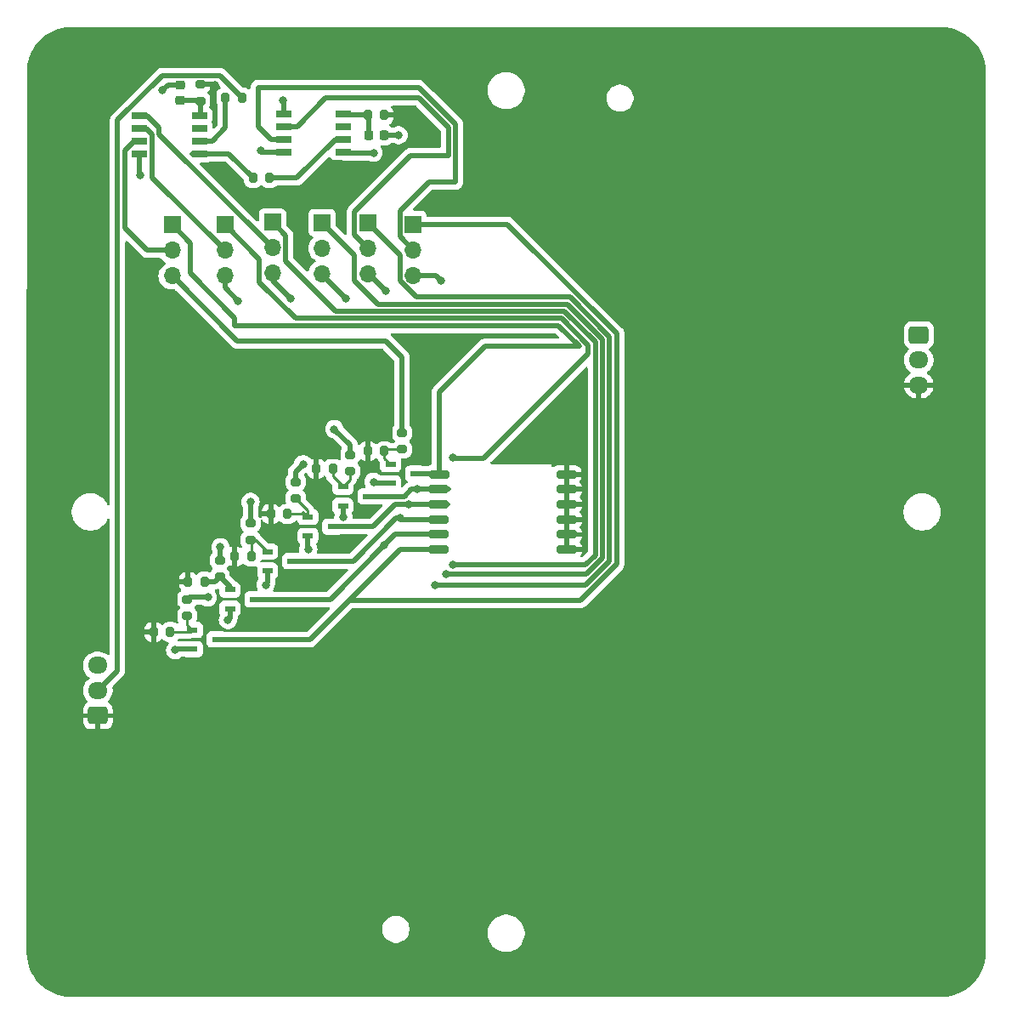
<source format=gbr>
%TF.GenerationSoftware,KiCad,Pcbnew,8.0.1-rc1*%
%TF.CreationDate,2024-03-31T01:12:23-05:00*%
%TF.ProjectId,dome_rgbwauv_pcb,646f6d65-5f72-4676-9277-6175765f7063,rev?*%
%TF.SameCoordinates,Original*%
%TF.FileFunction,Copper,L1,Top*%
%TF.FilePolarity,Positive*%
%FSLAX46Y46*%
G04 Gerber Fmt 4.6, Leading zero omitted, Abs format (unit mm)*
G04 Created by KiCad (PCBNEW 8.0.1-rc1) date 2024-03-31 01:12:23*
%MOMM*%
%LPD*%
G01*
G04 APERTURE LIST*
G04 Aperture macros list*
%AMRoundRect*
0 Rectangle with rounded corners*
0 $1 Rounding radius*
0 $2 $3 $4 $5 $6 $7 $8 $9 X,Y pos of 4 corners*
0 Add a 4 corners polygon primitive as box body*
4,1,4,$2,$3,$4,$5,$6,$7,$8,$9,$2,$3,0*
0 Add four circle primitives for the rounded corners*
1,1,$1+$1,$2,$3*
1,1,$1+$1,$4,$5*
1,1,$1+$1,$6,$7*
1,1,$1+$1,$8,$9*
0 Add four rect primitives between the rounded corners*
20,1,$1+$1,$2,$3,$4,$5,0*
20,1,$1+$1,$4,$5,$6,$7,0*
20,1,$1+$1,$6,$7,$8,$9,0*
20,1,$1+$1,$8,$9,$2,$3,0*%
G04 Aperture macros list end*
%TA.AperFunction,SMDPad,CuDef*%
%ADD10RoundRect,0.200000X-0.200000X-0.275000X0.200000X-0.275000X0.200000X0.275000X-0.200000X0.275000X0*%
%TD*%
%TA.AperFunction,SMDPad,CuDef*%
%ADD11RoundRect,0.200000X-0.275000X0.200000X-0.275000X-0.200000X0.275000X-0.200000X0.275000X0.200000X0*%
%TD*%
%TA.AperFunction,SMDPad,CuDef*%
%ADD12RoundRect,0.200000X-0.800000X-0.200000X0.800000X-0.200000X0.800000X0.200000X-0.800000X0.200000X0*%
%TD*%
%TA.AperFunction,SMDPad,CuDef*%
%ADD13RoundRect,0.200000X-0.812500X-0.200000X0.812500X-0.200000X0.812500X0.200000X-0.812500X0.200000X0*%
%TD*%
%TA.AperFunction,ComponentPad*%
%ADD14R,1.700000X1.700000*%
%TD*%
%TA.AperFunction,ComponentPad*%
%ADD15O,1.700000X1.700000*%
%TD*%
%TA.AperFunction,SMDPad,CuDef*%
%ADD16RoundRect,0.225000X0.250000X-0.225000X0.250000X0.225000X-0.250000X0.225000X-0.250000X-0.225000X0*%
%TD*%
%TA.AperFunction,SMDPad,CuDef*%
%ADD17R,1.070000X0.600000*%
%TD*%
%TA.AperFunction,SMDPad,CuDef*%
%ADD18R,1.524000X0.660400*%
%TD*%
%TA.AperFunction,SMDPad,CuDef*%
%ADD19RoundRect,0.200000X0.200000X0.275000X-0.200000X0.275000X-0.200000X-0.275000X0.200000X-0.275000X0*%
%TD*%
%TA.AperFunction,SMDPad,CuDef*%
%ADD20RoundRect,0.225000X-0.225000X-0.250000X0.225000X-0.250000X0.225000X0.250000X-0.225000X0.250000X0*%
%TD*%
%TA.AperFunction,ComponentPad*%
%ADD21RoundRect,0.250000X-0.725000X0.600000X-0.725000X-0.600000X0.725000X-0.600000X0.725000X0.600000X0*%
%TD*%
%TA.AperFunction,ComponentPad*%
%ADD22O,1.950000X1.700000*%
%TD*%
%TA.AperFunction,ComponentPad*%
%ADD23RoundRect,0.250000X0.725000X-0.600000X0.725000X0.600000X-0.725000X0.600000X-0.725000X-0.600000X0*%
%TD*%
%TA.AperFunction,ViaPad*%
%ADD24C,0.800000*%
%TD*%
%TA.AperFunction,Conductor*%
%ADD25C,0.508000*%
%TD*%
%TA.AperFunction,Conductor*%
%ADD26C,0.254000*%
%TD*%
G04 APERTURE END LIST*
D10*
%TO.P,R15,1*%
%TO.N,5vIN*%
X99363044Y-106448659D03*
%TO.P,R15,2*%
%TO.N,Net-(Q5-G)*%
X101013044Y-106448659D03*
%TD*%
D11*
%TO.P,R7,1*%
%TO.N,Net-(JP2-B)*%
X118938044Y-88798659D03*
%TO.P,R7,2*%
%TO.N,Net-(Q2-G)*%
X118938044Y-90448659D03*
%TD*%
%TO.P,R5,1*%
%TO.N,Net-(JP1-B)*%
X113500000Y-91500000D03*
%TO.P,R5,2*%
%TO.N,Net-(Q1-G)*%
X113500000Y-93150000D03*
%TD*%
D12*
%TO.P,U1,1,B+*%
%TO.N,5vIN*%
X140478144Y-90746759D03*
D13*
%TO.P,U1,2,G+*%
X140490644Y-92246759D03*
%TO.P,U1,3,R+*%
X140490644Y-93746759D03*
%TO.P,U1,4,W+*%
X140490644Y-95246759D03*
%TO.P,U1,5,P+*%
X140490644Y-96746759D03*
%TO.P,U1,6,Y+*%
X140490644Y-98246759D03*
D12*
%TO.P,U1,7,B-*%
%TO.N,blue*%
X127778144Y-90746759D03*
D13*
%TO.P,U1,8,G-*%
%TO.N,green*%
X127765644Y-92246759D03*
%TO.P,U1,9,R-*%
%TO.N,red*%
X127765644Y-93746759D03*
%TO.P,U1,10,W-*%
%TO.N,white*%
X127765644Y-95246759D03*
%TO.P,U1,11,P-*%
%TO.N,purple*%
X127765644Y-96746759D03*
%TO.P,U1,12,Y-*%
%TO.N,yellow*%
X127765644Y-98246759D03*
%TD*%
D14*
%TO.P,JP1,1,A*%
%TO.N,red*%
X111188044Y-65658659D03*
D15*
%TO.P,JP1,2,C*%
%TO.N,red_chipOut*%
X111188044Y-68198659D03*
%TO.P,JP1,3,B*%
%TO.N,Net-(JP1-B)*%
X111188044Y-70738659D03*
%TD*%
D11*
%TO.P,R2,1*%
%TO.N,5vIN*%
X104000000Y-51925000D03*
%TO.P,R2,2*%
%TO.N,Net-(IC1-VDD)*%
X104000000Y-53575000D03*
%TD*%
%TO.P,R13,1*%
%TO.N,Net-(JP6-B)*%
X105938044Y-99298659D03*
%TO.P,R13,2*%
%TO.N,Net-(Q6-G)*%
X105938044Y-100948659D03*
%TD*%
D16*
%TO.P,C1,1*%
%TO.N,Net-(IC1-VDD)*%
X102000000Y-53525000D03*
%TO.P,C1,2*%
%TO.N,GND*%
X102000000Y-51975000D03*
%TD*%
D14*
%TO.P,JP2,1,A*%
%TO.N,green*%
X106438044Y-65923659D03*
D15*
%TO.P,JP2,2,C*%
%TO.N,green_chipOut*%
X106438044Y-68463659D03*
%TO.P,JP2,3,B*%
%TO.N,Net-(JP2-B)*%
X106438044Y-71003659D03*
%TD*%
D17*
%TO.P,Q1,1,G*%
%TO.N,Net-(Q1-G)*%
X114708044Y-94998659D03*
%TO.P,Q1,2,S*%
%TO.N,GND*%
X114708044Y-96898659D03*
%TO.P,Q1,3,D*%
%TO.N,red*%
X117188044Y-95948659D03*
%TD*%
D18*
%TO.P,IC1,1,R*%
%TO.N,red_chipOut*%
X97964644Y-55043659D03*
%TO.P,IC1,2,G*%
%TO.N,green_chipOut*%
X97964644Y-56313659D03*
%TO.P,IC1,3,B*%
%TO.N,blue_chipOut*%
X97964644Y-57583659D03*
%TO.P,IC1,4,GND*%
%TO.N,GND*%
X97964644Y-58853659D03*
%TO.P,IC1,5,DO*%
%TO.N,DOI*%
X103911444Y-58853659D03*
%TO.P,IC1,6,DIN*%
%TO.N,Net-(IC1-DIN)*%
X103911444Y-57583659D03*
%TO.P,IC1,7,SET*%
%TO.N,unconnected-(IC1-SET-Pad7)*%
X103911444Y-56313659D03*
%TO.P,IC1,8,VDD*%
%TO.N,Net-(IC1-VDD)*%
X103911444Y-55043659D03*
%TD*%
D17*
%TO.P,Q2,1,G*%
%TO.N,Net-(Q2-G)*%
X118208044Y-91998659D03*
%TO.P,Q2,2,S*%
%TO.N,GND*%
X118208044Y-93898659D03*
%TO.P,Q2,3,D*%
%TO.N,green*%
X120688044Y-92948659D03*
%TD*%
D18*
%TO.P,IC2,1,R*%
%TO.N,white_chipOut*%
X112276600Y-54845000D03*
%TO.P,IC2,2,G*%
%TO.N,purple_chipOut*%
X112276600Y-56115000D03*
%TO.P,IC2,3,B*%
%TO.N,yellow_chipOut*%
X112276600Y-57385000D03*
%TO.P,IC2,4,GND*%
%TO.N,GND*%
X112276600Y-58655000D03*
%TO.P,IC2,5,DO*%
%TO.N,DO*%
X118223400Y-58655000D03*
%TO.P,IC2,6,DIN*%
%TO.N,Net-(IC2-DIN)*%
X118223400Y-57385000D03*
%TO.P,IC2,7,SET*%
%TO.N,unconnected-(IC2-SET-Pad7)*%
X118223400Y-56115000D03*
%TO.P,IC2,8,VDD*%
%TO.N,Net-(IC2-VDD)*%
X118223400Y-54845000D03*
%TD*%
D10*
%TO.P,R16,1*%
%TO.N,5vIN*%
X102788044Y-101448659D03*
%TO.P,R16,2*%
%TO.N,Net-(Q6-G)*%
X104438044Y-101448659D03*
%TD*%
D17*
%TO.P,Q5,1,G*%
%TO.N,Net-(Q5-G)*%
X103198044Y-106248659D03*
%TO.P,Q5,2,S*%
%TO.N,GND*%
X103198044Y-108148659D03*
%TO.P,Q5,3,D*%
%TO.N,yellow*%
X105678044Y-107198659D03*
%TD*%
D14*
%TO.P,JP5,1,A*%
%TO.N,yellow*%
X125188044Y-65868659D03*
D15*
%TO.P,JP5,2,C*%
%TO.N,yellow_chipOut*%
X125188044Y-68408659D03*
%TO.P,JP5,3,B*%
%TO.N,Net-(JP5-B)*%
X125188044Y-70948659D03*
%TD*%
D14*
%TO.P,JP3,1,A*%
%TO.N,blue*%
X101188044Y-65923659D03*
D15*
%TO.P,JP3,2,C*%
%TO.N,blue_chipOut*%
X101188044Y-68463659D03*
%TO.P,JP3,3,B*%
%TO.N,Net-(JP3-B)*%
X101188044Y-71003659D03*
%TD*%
D10*
%TO.P,R8,1*%
%TO.N,5vIN*%
X115538044Y-90198659D03*
%TO.P,R8,2*%
%TO.N,Net-(Q2-G)*%
X117188044Y-90198659D03*
%TD*%
D17*
%TO.P,Q6,1,G*%
%TO.N,Net-(Q6-G)*%
X106948044Y-102248659D03*
%TO.P,Q6,2,S*%
%TO.N,GND*%
X106948044Y-104148659D03*
%TO.P,Q6,3,D*%
%TO.N,purple*%
X109428044Y-103198659D03*
%TD*%
D19*
%TO.P,R1,1*%
%TO.N,DIN*%
X108150000Y-53250000D03*
%TO.P,R1,2*%
%TO.N,Net-(IC1-DIN)*%
X106500000Y-53250000D03*
%TD*%
D17*
%TO.P,Q4,1,G*%
%TO.N,Net-(Q4-G)*%
X110698044Y-98448659D03*
%TO.P,Q4,2,S*%
%TO.N,GND*%
X110698044Y-100348659D03*
%TO.P,Q4,3,D*%
%TO.N,white*%
X113178044Y-99398659D03*
%TD*%
%TO.P,Q3,1,G*%
%TO.N,Net-(Q3-G)*%
X122948044Y-89748659D03*
%TO.P,Q3,2,S*%
%TO.N,GND*%
X122948044Y-91648659D03*
%TO.P,Q3,3,D*%
%TO.N,blue*%
X125428044Y-90698659D03*
%TD*%
D10*
%TO.P,R6,1*%
%TO.N,5vIN*%
X111038044Y-94698659D03*
%TO.P,R6,2*%
%TO.N,Net-(Q1-G)*%
X112688044Y-94698659D03*
%TD*%
%TO.P,R14,1*%
%TO.N,5vIN*%
X107438044Y-98948659D03*
%TO.P,R14,2*%
%TO.N,Net-(Q4-G)*%
X109088044Y-98948659D03*
%TD*%
D11*
%TO.P,R11,1*%
%TO.N,Net-(JP4-B)*%
X109013044Y-95623659D03*
%TO.P,R11,2*%
%TO.N,Net-(Q4-G)*%
X109013044Y-97273659D03*
%TD*%
D20*
%TO.P,C2,1*%
%TO.N,Net-(IC2-VDD)*%
X120750000Y-57000000D03*
%TO.P,C2,2*%
%TO.N,GND*%
X122300000Y-57000000D03*
%TD*%
D19*
%TO.P,R4,1*%
%TO.N,5vIN*%
X122325000Y-55000000D03*
%TO.P,R4,2*%
%TO.N,Net-(IC2-VDD)*%
X120675000Y-55000000D03*
%TD*%
D10*
%TO.P,R10,1*%
%TO.N,5vIN*%
X120688044Y-88448659D03*
%TO.P,R10,2*%
%TO.N,Net-(Q3-G)*%
X122338044Y-88448659D03*
%TD*%
D11*
%TO.P,R9,1*%
%TO.N,Net-(JP3-B)*%
X124113044Y-86623659D03*
%TO.P,R9,2*%
%TO.N,Net-(Q3-G)*%
X124113044Y-88273659D03*
%TD*%
D10*
%TO.P,R3,1*%
%TO.N,DOI*%
X109250000Y-61250000D03*
%TO.P,R3,2*%
%TO.N,Net-(IC2-DIN)*%
X110900000Y-61250000D03*
%TD*%
D14*
%TO.P,JP4,1,A*%
%TO.N,white*%
X116138044Y-65698659D03*
D15*
%TO.P,JP4,2,C*%
%TO.N,white_chipOut*%
X116138044Y-68238659D03*
%TO.P,JP4,3,B*%
%TO.N,Net-(JP4-B)*%
X116138044Y-70778659D03*
%TD*%
D14*
%TO.P,JP6,1,A*%
%TO.N,purple*%
X120688044Y-65698659D03*
D15*
%TO.P,JP6,2,C*%
%TO.N,purple_chipOut*%
X120688044Y-68238659D03*
%TO.P,JP6,3,B*%
%TO.N,Net-(JP6-B)*%
X120688044Y-70778659D03*
%TD*%
D11*
%TO.P,R12,1*%
%TO.N,Net-(JP5-B)*%
X102688044Y-103198659D03*
%TO.P,R12,2*%
%TO.N,Net-(Q5-G)*%
X102688044Y-104848659D03*
%TD*%
D21*
%TO.P,J2,1,Pin_1*%
%TO.N,GND*%
X175588044Y-76873659D03*
D22*
%TO.P,J2,2,Pin_2*%
%TO.N,DO*%
X175588044Y-79373659D03*
%TO.P,J2,3,Pin_3*%
%TO.N,5vIN*%
X175588044Y-81873659D03*
%TD*%
D23*
%TO.P,J1,1,Pin_1*%
%TO.N,5vIN*%
X93788044Y-114778659D03*
D22*
%TO.P,J1,2,Pin_2*%
%TO.N,DIN*%
X93788044Y-112278659D03*
%TO.P,J1,3,Pin_3*%
%TO.N,GND*%
X93788044Y-109778659D03*
%TD*%
D24*
%TO.N,green*%
X125625000Y-92246759D03*
X129125000Y-89100000D03*
%TO.N,red*%
X124800000Y-93746759D03*
X129150000Y-99725000D03*
%TO.N,5vIN*%
X148975000Y-88850000D03*
X140450000Y-88775000D03*
%TO.N,purple*%
X122343351Y-97793351D03*
X127400000Y-101800000D03*
%TO.N,white*%
X123946000Y-95114254D03*
X128525000Y-100700000D03*
%TO.N,GND*%
X106750000Y-105250000D03*
X110500000Y-101750000D03*
X98000000Y-61000000D03*
X101500000Y-108250000D03*
X114750000Y-98250000D03*
X121250000Y-91500000D03*
X123750000Y-57000000D03*
X110000000Y-58500000D03*
X118250000Y-95000000D03*
X100250000Y-52500000D03*
%TO.N,DO*%
X121250000Y-58750000D03*
%TO.N,5vIN*%
X124250000Y-55000000D03*
X124000000Y-50500000D03*
X105500000Y-52000000D03*
X105500000Y-49250000D03*
%TO.N,white_chipOut*%
X112250000Y-53500000D03*
%TO.N,Net-(JP1-B)*%
X114250000Y-89750000D03*
X113000000Y-73250000D03*
%TO.N,Net-(JP2-B)*%
X107750000Y-73500000D03*
X117354000Y-86250000D03*
%TO.N,Net-(JP4-B)*%
X118500000Y-73250000D03*
X109000000Y-93500000D03*
%TO.N,Net-(JP5-B)*%
X128000000Y-71500000D03*
X104750000Y-103000000D03*
%TO.N,Net-(JP6-B)*%
X106000000Y-98000000D03*
X122500000Y-72500000D03*
%TD*%
D25*
%TO.N,red*%
X129125000Y-99725000D02*
X129150000Y-99725000D01*
X142375000Y-99775000D02*
X129075000Y-99775000D01*
X143354044Y-98795956D02*
X142375000Y-99775000D01*
X143354044Y-77612132D02*
X143354044Y-98795956D01*
X140274572Y-74532659D02*
X143354044Y-77612132D01*
X117522044Y-74532659D02*
X140274572Y-74532659D01*
X112492044Y-69502659D02*
X117522044Y-74532659D01*
X112492044Y-66962659D02*
X112492044Y-69502659D01*
X111188044Y-65658659D02*
X112492044Y-66962659D01*
%TO.N,yellow*%
X145478043Y-99675748D02*
X141860440Y-103293351D01*
X145478044Y-76732343D02*
X145478043Y-99675748D01*
X125188044Y-65868659D02*
X134614360Y-65868659D01*
%TO.N,purple*%
X142352528Y-101800000D02*
X127400000Y-101800000D01*
X144770044Y-99382484D02*
X142352528Y-101800000D01*
X144770044Y-77025606D02*
X144770044Y-99382484D01*
%TO.N,yellow*%
X141860440Y-103293351D02*
X118843351Y-103293351D01*
%TO.N,purple*%
X140861100Y-73116660D02*
X144770044Y-77025606D01*
X123884044Y-71488794D02*
X125511909Y-73116659D01*
X125511909Y-73116659D02*
X140861100Y-73116660D01*
X120688044Y-65698659D02*
X123884044Y-68894659D01*
%TO.N,white*%
X144062044Y-99089220D02*
X142451264Y-100700000D01*
X144062044Y-77318869D02*
X144062044Y-99089220D01*
X140567836Y-73824659D02*
X144062044Y-77318869D01*
X119384044Y-71484659D02*
X121724044Y-73824659D01*
X142451264Y-100700000D02*
X128525000Y-100700000D01*
X121724044Y-73824659D02*
X140567836Y-73824659D01*
X119384044Y-68944659D02*
X119384044Y-71484659D01*
%TO.N,purple*%
X123884044Y-68894659D02*
X123884044Y-71488794D01*
%TO.N,white*%
X116138044Y-65698659D02*
X119384044Y-68944659D01*
%TO.N,yellow*%
X134614360Y-65868659D02*
X145478044Y-76732343D01*
%TO.N,red*%
X129075000Y-99775000D02*
X129125000Y-99725000D01*
%TO.N,green*%
X125625000Y-92246759D02*
X127765644Y-92246759D01*
X129175000Y-89150000D02*
X129125000Y-89100000D01*
X125021550Y-92246759D02*
X125625000Y-92246759D01*
X132237967Y-89150000D02*
X129175000Y-89150000D01*
X142646044Y-78741923D02*
X132237967Y-89150000D01*
X142646044Y-77905395D02*
X142646044Y-78741923D01*
X139981308Y-75240659D02*
X142646044Y-77905395D01*
X109884044Y-69369659D02*
X109884044Y-71624703D01*
X106438044Y-65923659D02*
X109884044Y-69369659D01*
X109884044Y-71624703D02*
X113500000Y-75240659D01*
X113500000Y-75240659D02*
X139981308Y-75240659D01*
%TO.N,red*%
X124800000Y-93746759D02*
X127765644Y-93746759D01*
X123389944Y-93746759D02*
X124800000Y-93746759D01*
%TO.N,green*%
X124319650Y-92948659D02*
X125021550Y-92246759D01*
X120688044Y-92948659D02*
X124319650Y-92948659D01*
%TO.N,white*%
X123522449Y-95114254D02*
X123946000Y-95114254D01*
X119238044Y-99398659D02*
X123522449Y-95114254D01*
X113178044Y-99398659D02*
X119238044Y-99398659D01*
X124078505Y-95246759D02*
X123946000Y-95114254D01*
X127765644Y-95246759D02*
X124078505Y-95246759D01*
%TO.N,5vIN*%
X140478144Y-88803144D02*
X140450000Y-88775000D01*
X140478144Y-90746759D02*
X140478144Y-88803144D01*
%TO.N,red*%
X128621759Y-93746759D02*
X127765644Y-93746759D01*
%TO.N,yellow*%
X114938044Y-107198659D02*
X118843351Y-103293351D01*
X118843351Y-103293351D02*
X123889944Y-98246759D01*
%TO.N,purple*%
X122343351Y-97793351D02*
X123389944Y-96746759D01*
X116938044Y-103198659D02*
X122343351Y-97793351D01*
%TO.N,green*%
X128778144Y-92246759D02*
X127765644Y-92246759D01*
%TO.N,blue*%
X127778144Y-82596856D02*
X127778144Y-90746759D01*
X132357193Y-78017807D02*
X127778144Y-82596856D01*
X141757193Y-78017807D02*
X132357193Y-78017807D01*
X139688044Y-75948659D02*
X141757193Y-78017807D01*
%TO.N,purple_chipOut*%
X119384044Y-64615956D02*
X124963297Y-59036703D01*
X119384044Y-66934659D02*
X119384044Y-64615956D01*
X124963297Y-59036703D02*
X128708000Y-59036703D01*
X120688044Y-68238659D02*
X119384044Y-66934659D01*
%TO.N,yellow_chipOut*%
X123884044Y-64564659D02*
X126808000Y-61640703D01*
X123884044Y-67104659D02*
X123884044Y-64564659D01*
X125188044Y-68408659D02*
X123884044Y-67104659D01*
X126808000Y-61640703D02*
X129416000Y-61640703D01*
%TO.N,red_chipOut*%
X99888644Y-56899259D02*
X111188044Y-68198659D01*
X99888644Y-56237459D02*
X99888644Y-56899259D01*
X98694844Y-55043659D02*
X99888644Y-56237459D01*
X97964644Y-55043659D02*
X98694844Y-55043659D01*
%TO.N,green_chipOut*%
X99180644Y-56930644D02*
X98563659Y-56313659D01*
X98563659Y-56313659D02*
X97964644Y-56313659D01*
X99180644Y-61206259D02*
X99180644Y-56930644D01*
X106438044Y-68463659D02*
X99180644Y-61206259D01*
%TO.N,blue_chipOut*%
X96500000Y-58500000D02*
X97416341Y-57583659D01*
X96500000Y-66250000D02*
X96500000Y-58500000D01*
X98713659Y-68463659D02*
X96500000Y-66250000D01*
X97416341Y-57583659D02*
X97964644Y-57583659D01*
X101188044Y-68463659D02*
X98713659Y-68463659D01*
%TO.N,blue*%
X107438044Y-75188044D02*
X107438044Y-75948659D01*
X103000000Y-67735615D02*
X103000000Y-70750000D01*
X101188044Y-65923659D02*
X103000000Y-67735615D01*
X103000000Y-70750000D02*
X107438044Y-75188044D01*
%TO.N,Net-(IC1-VDD)*%
X104000000Y-54955103D02*
X103911444Y-55043659D01*
X104000000Y-53575000D02*
X104000000Y-54955103D01*
X103950000Y-53525000D02*
X104000000Y-53575000D01*
X102000000Y-53525000D02*
X103950000Y-53525000D01*
%TO.N,GND*%
X118208044Y-93898659D02*
X118208044Y-94958044D01*
X97964644Y-60964644D02*
X98000000Y-61000000D01*
X114708044Y-98208044D02*
X114750000Y-98250000D01*
X106948044Y-104148659D02*
X106948044Y-105051956D01*
X106948044Y-105051956D02*
X106750000Y-105250000D01*
X110155000Y-58655000D02*
X110000000Y-58500000D01*
X121398659Y-91648659D02*
X121250000Y-91500000D01*
X122300000Y-57000000D02*
X123750000Y-57000000D01*
X110698044Y-100348659D02*
X110698044Y-101551956D01*
X101601341Y-108148659D02*
X101500000Y-108250000D01*
X110698044Y-101551956D02*
X110500000Y-101750000D01*
X97964644Y-58853659D02*
X97964644Y-60964644D01*
X112276600Y-58655000D02*
X110155000Y-58655000D01*
X102000000Y-51975000D02*
X100775000Y-51975000D01*
X100775000Y-51975000D02*
X100250000Y-52500000D01*
X103198044Y-108148659D02*
X101601341Y-108148659D01*
X122948044Y-91648659D02*
X121398659Y-91648659D01*
X114708044Y-96898659D02*
X114708044Y-98208044D01*
X118208044Y-94958044D02*
X118250000Y-95000000D01*
%TO.N,Net-(IC2-VDD)*%
X120750000Y-57000000D02*
X120750000Y-55075000D01*
X118378400Y-55000000D02*
X118223400Y-54845000D01*
X120675000Y-55000000D02*
X118378400Y-55000000D01*
X120750000Y-55075000D02*
X120675000Y-55000000D01*
%TO.N,red*%
X117188044Y-95948659D02*
X121188044Y-95948659D01*
X121188044Y-95948659D02*
X123389944Y-93746759D01*
X127663744Y-93848659D02*
X127765644Y-93746759D01*
%TO.N,blue*%
X127730044Y-90698659D02*
X127778144Y-90746759D01*
X107438044Y-75948659D02*
X139688044Y-75948659D01*
X125428044Y-90698659D02*
X127730044Y-90698659D01*
%TO.N,Net-(IC1-DIN)*%
X103911444Y-57583659D02*
X105181444Y-57583659D01*
X106500000Y-56265103D02*
X106500000Y-53250000D01*
X105181444Y-57583659D02*
X106500000Y-56265103D01*
%TO.N,DOI*%
X106853659Y-58853659D02*
X109250000Y-61250000D01*
X103911444Y-58853659D02*
X103181244Y-58853659D01*
X103911444Y-58853659D02*
X106853659Y-58853659D01*
%TO.N,purple_chipOut*%
X120688044Y-68238659D02*
X120688044Y-68292794D01*
%TO.N,purple*%
X109428044Y-103198659D02*
X116938044Y-103198659D01*
X123389944Y-96746759D02*
X127765644Y-96746759D01*
%TO.N,yellow*%
X123889944Y-98246759D02*
X127765644Y-98246759D01*
X105678044Y-107198659D02*
X114938044Y-107198659D01*
%TO.N,DO*%
X118318400Y-58750000D02*
X118223400Y-58655000D01*
X121250000Y-58750000D02*
X118318400Y-58750000D01*
%TO.N,5vIN*%
X105425000Y-51925000D02*
X105500000Y-52000000D01*
X122325000Y-55000000D02*
X124250000Y-55000000D01*
X104000000Y-51925000D02*
X105425000Y-51925000D01*
%TO.N,DIN*%
X105971000Y-51071000D02*
X108150000Y-53250000D01*
X95750000Y-110316703D02*
X95750000Y-55500000D01*
X93788044Y-112278659D02*
X95750000Y-110316703D01*
X95750000Y-55500000D02*
X100179000Y-51071000D01*
X100179000Y-51071000D02*
X105971000Y-51071000D01*
%TO.N,yellow_chipOut*%
X109750000Y-56128400D02*
X109750000Y-52250000D01*
X129416000Y-55913474D02*
X129416000Y-61640703D01*
X109750000Y-52250000D02*
X125752527Y-52250000D01*
X112276600Y-57385000D02*
X111006600Y-57385000D01*
X125752527Y-52250000D02*
X129416000Y-55913474D01*
X111006600Y-57385000D02*
X109750000Y-56128400D01*
%TO.N,white_chipOut*%
X112276600Y-54845000D02*
X112276600Y-53526600D01*
X112276600Y-53526600D02*
X112250000Y-53500000D01*
%TO.N,purple_chipOut*%
X116458000Y-53292000D02*
X125793263Y-53292000D01*
X125793263Y-53292000D02*
X128708000Y-56206737D01*
X112276600Y-56115000D02*
X113635000Y-56115000D01*
X128708000Y-56206737D02*
X128708000Y-59036703D01*
X113635000Y-56115000D02*
X116458000Y-53292000D01*
%TO.N,Net-(IC2-DIN)*%
X110900000Y-61250000D02*
X113628200Y-61250000D01*
X117493200Y-57385000D02*
X118223400Y-57385000D01*
X113628200Y-61250000D02*
X117493200Y-57385000D01*
%TO.N,Net-(JP1-B)*%
X113500000Y-90500000D02*
X114250000Y-89750000D01*
X113500000Y-91500000D02*
X113500000Y-90500000D01*
X111188044Y-71438044D02*
X113000000Y-73250000D01*
X111188044Y-70738659D02*
X111188044Y-71438044D01*
%TO.N,Net-(JP2-B)*%
X118938044Y-87834044D02*
X117354000Y-86250000D01*
X106438044Y-72188044D02*
X107750000Y-73500000D01*
X106438044Y-71003659D02*
X106438044Y-72188044D01*
X118938044Y-88798659D02*
X118938044Y-87834044D01*
%TO.N,Net-(JP3-B)*%
X101188044Y-71003659D02*
X107684385Y-77500000D01*
X107684385Y-77500000D02*
X122500000Y-77500000D01*
X122500000Y-77500000D02*
X124113044Y-79113044D01*
X124113044Y-79113044D02*
X124113044Y-86623659D01*
%TO.N,Net-(JP4-B)*%
X116138044Y-70888044D02*
X118500000Y-73250000D01*
X109000000Y-95610615D02*
X109013044Y-95623659D01*
X116138044Y-70778659D02*
X116138044Y-70888044D01*
X109000000Y-93500000D02*
X109000000Y-95610615D01*
%TO.N,Net-(JP5-B)*%
X102886703Y-103000000D02*
X102688044Y-103198659D01*
X104750000Y-103000000D02*
X102886703Y-103000000D01*
X127448659Y-70948659D02*
X128000000Y-71500000D01*
X125188044Y-70948659D02*
X127448659Y-70948659D01*
%TO.N,Net-(JP6-B)*%
X120778659Y-70778659D02*
X122500000Y-72500000D01*
X120688044Y-70778659D02*
X120778659Y-70778659D01*
X106000000Y-99236703D02*
X105938044Y-99298659D01*
X106000000Y-98000000D02*
X106000000Y-99236703D01*
D26*
%TO.N,Net-(Q1-G)*%
X114708044Y-94358044D02*
X113500000Y-93150000D01*
X114188044Y-94478659D02*
X114708044Y-94998659D01*
X114408044Y-94698659D02*
X114708044Y-94998659D01*
X114708044Y-94998659D02*
X114708044Y-94358044D01*
X112688044Y-94698659D02*
X114408044Y-94698659D01*
%TO.N,Net-(Q2-G)*%
X118938044Y-91268659D02*
X118208044Y-91998659D01*
X118938044Y-90448659D02*
X118938044Y-91268659D01*
X117188044Y-90978659D02*
X118208044Y-91998659D01*
X117188044Y-90198659D02*
X117188044Y-90978659D01*
%TO.N,Net-(Q3-G)*%
X122338044Y-89138659D02*
X122948044Y-89748659D01*
X122338044Y-88448659D02*
X122338044Y-89138659D01*
X124113044Y-88273659D02*
X122513044Y-88273659D01*
X122513044Y-88273659D02*
X122338044Y-88448659D01*
%TO.N,Net-(Q4-G)*%
X109088044Y-98948659D02*
X109088044Y-97348659D01*
X109013044Y-97273659D02*
X109523044Y-97273659D01*
X109523044Y-97273659D02*
X110698044Y-98448659D01*
X109088044Y-97348659D02*
X109013044Y-97273659D01*
%TO.N,Net-(Q5-G)*%
X102998044Y-106448659D02*
X103198044Y-106248659D01*
X101013044Y-106448659D02*
X102998044Y-106448659D01*
X102688044Y-105738659D02*
X103198044Y-106248659D01*
X102688044Y-104848659D02*
X102688044Y-105738659D01*
D25*
%TO.N,Net-(Q6-G)*%
X104438044Y-101448659D02*
X105438044Y-101448659D01*
X106948044Y-101958659D02*
X105938044Y-100948659D01*
X105438044Y-101448659D02*
X105938044Y-100948659D01*
X106948044Y-102248659D02*
X106948044Y-101958659D01*
%TD*%
%TA.AperFunction,Conductor*%
%TO.N,5vIN*%
G36*
X142510878Y-80057941D02*
G01*
X142566811Y-80099813D01*
X142591228Y-80165277D01*
X142591544Y-80174123D01*
X142591544Y-98428756D01*
X142571859Y-98495795D01*
X142555225Y-98516437D01*
X142095481Y-98976181D01*
X142034158Y-99009666D01*
X142007800Y-99012500D01*
X141998964Y-99012500D01*
X141931925Y-98992815D01*
X141886170Y-98940011D01*
X141876226Y-98870853D01*
X141892847Y-98824350D01*
X141946163Y-98736154D01*
X141996734Y-98573865D01*
X142003144Y-98503331D01*
X142003144Y-98496759D01*
X140364644Y-98496759D01*
X140297605Y-98477074D01*
X140251850Y-98424270D01*
X140240644Y-98372759D01*
X140240644Y-96996759D01*
X140740644Y-96996759D01*
X140740644Y-97996759D01*
X142003143Y-97996759D01*
X142003143Y-97990176D01*
X141996735Y-97919656D01*
X141996734Y-97919651D01*
X141946162Y-97757362D01*
X141858217Y-97611883D01*
X141830775Y-97584442D01*
X141797289Y-97523119D01*
X141802273Y-97453427D01*
X141830775Y-97409076D01*
X141858217Y-97381634D01*
X141946163Y-97236154D01*
X141996734Y-97073865D01*
X142003144Y-97003331D01*
X142003144Y-96996759D01*
X140740644Y-96996759D01*
X140240644Y-96996759D01*
X140240644Y-95496759D01*
X140740644Y-95496759D01*
X140740644Y-96496759D01*
X142003143Y-96496759D01*
X142003143Y-96490176D01*
X141996735Y-96419656D01*
X141996734Y-96419651D01*
X141946162Y-96257362D01*
X141858217Y-96111883D01*
X141830775Y-96084442D01*
X141797289Y-96023119D01*
X141802273Y-95953427D01*
X141830775Y-95909076D01*
X141858217Y-95881634D01*
X141946163Y-95736154D01*
X141996734Y-95573865D01*
X142003144Y-95503331D01*
X142003144Y-95496759D01*
X140740644Y-95496759D01*
X140240644Y-95496759D01*
X140240644Y-93996759D01*
X140740644Y-93996759D01*
X140740644Y-94996759D01*
X142003143Y-94996759D01*
X142003143Y-94990176D01*
X141996735Y-94919656D01*
X141996734Y-94919651D01*
X141946162Y-94757362D01*
X141858217Y-94611883D01*
X141830775Y-94584442D01*
X141797289Y-94523119D01*
X141802273Y-94453427D01*
X141830775Y-94409076D01*
X141858217Y-94381634D01*
X141946163Y-94236154D01*
X141996734Y-94073865D01*
X142003144Y-94003331D01*
X142003144Y-93996759D01*
X140740644Y-93996759D01*
X140240644Y-93996759D01*
X140240644Y-92496759D01*
X140740644Y-92496759D01*
X140740644Y-93496759D01*
X142003143Y-93496759D01*
X142003143Y-93490176D01*
X141996735Y-93419656D01*
X141996734Y-93419651D01*
X141946162Y-93257362D01*
X141858217Y-93111883D01*
X141830775Y-93084442D01*
X141797289Y-93023119D01*
X141802273Y-92953427D01*
X141830775Y-92909076D01*
X141858217Y-92881634D01*
X141946163Y-92736154D01*
X141996734Y-92573865D01*
X142003144Y-92503331D01*
X142003144Y-92496759D01*
X140740644Y-92496759D01*
X140240644Y-92496759D01*
X140240644Y-91669956D01*
X140230978Y-91652255D01*
X140228144Y-91625897D01*
X140228144Y-90996759D01*
X140728144Y-90996759D01*
X140728144Y-91323561D01*
X140737810Y-91341263D01*
X140740644Y-91367621D01*
X140740644Y-91996759D01*
X142003143Y-91996759D01*
X142003143Y-91990176D01*
X141996735Y-91919656D01*
X141996734Y-91919651D01*
X141946162Y-91757362D01*
X141858216Y-91611881D01*
X141818274Y-91571939D01*
X141784789Y-91510616D01*
X141789773Y-91440924D01*
X141818278Y-91396572D01*
X141833218Y-91381633D01*
X141921163Y-91236154D01*
X141971734Y-91073865D01*
X141978144Y-91003331D01*
X141978144Y-90996759D01*
X140728144Y-90996759D01*
X140228144Y-90996759D01*
X140228144Y-89846759D01*
X140728144Y-89846759D01*
X140728144Y-90496759D01*
X141978143Y-90496759D01*
X141978143Y-90490176D01*
X141971735Y-90419656D01*
X141971734Y-90419651D01*
X141921162Y-90257362D01*
X141833216Y-90111881D01*
X141713021Y-89991686D01*
X141567539Y-89903739D01*
X141567540Y-89903739D01*
X141405249Y-89853168D01*
X141405250Y-89853168D01*
X141334716Y-89846759D01*
X140728144Y-89846759D01*
X140228144Y-89846759D01*
X139621561Y-89846759D01*
X139551041Y-89853167D01*
X139551036Y-89853168D01*
X139388747Y-89903740D01*
X139243266Y-89991686D01*
X139243265Y-89991687D01*
X139222181Y-90012772D01*
X139160858Y-90046257D01*
X139091166Y-90041273D01*
X139035233Y-89999401D01*
X139010816Y-89933937D01*
X139010500Y-89925091D01*
X139010500Y-89745651D01*
X139004349Y-89739500D01*
X133026167Y-89739500D01*
X132959128Y-89719815D01*
X132913373Y-89667011D01*
X132903429Y-89597853D01*
X132932454Y-89534297D01*
X132938486Y-89527819D01*
X142379863Y-80086442D01*
X142441186Y-80052957D01*
X142510878Y-80057941D01*
G37*
%TD.AperFunction*%
%TA.AperFunction,Conductor*%
G36*
X125493102Y-54074185D02*
G01*
X125513744Y-54090819D01*
X127909181Y-56486256D01*
X127942666Y-56547579D01*
X127945500Y-56573937D01*
X127945500Y-58150203D01*
X127925815Y-58217242D01*
X127873011Y-58262997D01*
X127821500Y-58274203D01*
X124888195Y-58274203D01*
X124740889Y-58303504D01*
X124740883Y-58303506D01*
X124602120Y-58360983D01*
X124602111Y-58360988D01*
X124477232Y-58444430D01*
X124477228Y-58444433D01*
X118791775Y-64129885D01*
X118791772Y-64129888D01*
X118742600Y-64203479D01*
X118742601Y-64203480D01*
X118708325Y-64254778D01*
X118650847Y-64393542D01*
X118650845Y-64393548D01*
X118621544Y-64540853D01*
X118621544Y-66804459D01*
X118601859Y-66871498D01*
X118549055Y-66917253D01*
X118479897Y-66927197D01*
X118416341Y-66898172D01*
X118409863Y-66892140D01*
X117532863Y-66015140D01*
X117499378Y-65953817D01*
X117496544Y-65927459D01*
X117496544Y-64800021D01*
X117496543Y-64800004D01*
X117493201Y-64768929D01*
X117490033Y-64739458D01*
X117438933Y-64602455D01*
X117351305Y-64485398D01*
X117234248Y-64397770D01*
X117097247Y-64346670D01*
X117036698Y-64340159D01*
X117036682Y-64340159D01*
X115239406Y-64340159D01*
X115239389Y-64340159D01*
X115178841Y-64346670D01*
X115178839Y-64346670D01*
X115041839Y-64397770D01*
X114924783Y-64485398D01*
X114837155Y-64602454D01*
X114786055Y-64739454D01*
X114786055Y-64739456D01*
X114779544Y-64800004D01*
X114779544Y-66597313D01*
X114786055Y-66657861D01*
X114786055Y-66657863D01*
X114822085Y-66754459D01*
X114837155Y-66794863D01*
X114924783Y-66911920D01*
X115041840Y-66999548D01*
X115093781Y-67018921D01*
X115159639Y-67043486D01*
X115215572Y-67085358D01*
X115239988Y-67150822D01*
X115225136Y-67219095D01*
X115207534Y-67243650D01*
X115062323Y-67401389D01*
X115062320Y-67401393D01*
X114939184Y-67589866D01*
X114848747Y-67796044D01*
X114793480Y-68014287D01*
X114793478Y-68014299D01*
X114774888Y-68238653D01*
X114774888Y-68238664D01*
X114793478Y-68463018D01*
X114793480Y-68463030D01*
X114848747Y-68681273D01*
X114939184Y-68887451D01*
X115062320Y-69075924D01*
X115062328Y-69075935D01*
X115214800Y-69241561D01*
X115214805Y-69241566D01*
X115239126Y-69260496D01*
X115392468Y-69379848D01*
X115392473Y-69379850D01*
X115392475Y-69379852D01*
X115428974Y-69399605D01*
X115478564Y-69448824D01*
X115493672Y-69517041D01*
X115469501Y-69582596D01*
X115428974Y-69617713D01*
X115392475Y-69637465D01*
X115392466Y-69637471D01*
X115214805Y-69775751D01*
X115214800Y-69775756D01*
X115062328Y-69941382D01*
X115062320Y-69941393D01*
X114939184Y-70129866D01*
X114848747Y-70336045D01*
X114848744Y-70336053D01*
X114812404Y-70479556D01*
X114776865Y-70539711D01*
X114714444Y-70571103D01*
X114644961Y-70563765D01*
X114604518Y-70536796D01*
X114013478Y-69945756D01*
X113290863Y-69223140D01*
X113257378Y-69161817D01*
X113254544Y-69135459D01*
X113254544Y-66887556D01*
X113225242Y-66740251D01*
X113225241Y-66740250D01*
X113225241Y-66740246D01*
X113167762Y-66601480D01*
X113138240Y-66557297D01*
X113084316Y-66476593D01*
X113084314Y-66476590D01*
X112582863Y-65975139D01*
X112549378Y-65913816D01*
X112546544Y-65887458D01*
X112546544Y-64760021D01*
X112546543Y-64760004D01*
X112541209Y-64710398D01*
X112540033Y-64699458D01*
X112488933Y-64562455D01*
X112401305Y-64445398D01*
X112284248Y-64357770D01*
X112254488Y-64346670D01*
X112147247Y-64306670D01*
X112086698Y-64300159D01*
X112086682Y-64300159D01*
X110289406Y-64300159D01*
X110289389Y-64300159D01*
X110228841Y-64306670D01*
X110228839Y-64306670D01*
X110091839Y-64357770D01*
X109974783Y-64445398D01*
X109887155Y-64562454D01*
X109836055Y-64699454D01*
X109836055Y-64699456D01*
X109829544Y-64760004D01*
X109829544Y-65462459D01*
X109809859Y-65529498D01*
X109757055Y-65575253D01*
X109687897Y-65585197D01*
X109624341Y-65556172D01*
X109617863Y-65550140D01*
X103971763Y-59904040D01*
X103938278Y-59842717D01*
X103943262Y-59773025D01*
X103985134Y-59717092D01*
X104050598Y-59692675D01*
X104059444Y-59692359D01*
X104722082Y-59692359D01*
X104722098Y-59692358D01*
X104749136Y-59689450D01*
X104782645Y-59685848D01*
X104919648Y-59634748D01*
X104919652Y-59634744D01*
X104925919Y-59631324D01*
X104985341Y-59616159D01*
X106486459Y-59616159D01*
X106553498Y-59635844D01*
X106574140Y-59652478D01*
X108305181Y-61383519D01*
X108338666Y-61444842D01*
X108341500Y-61471199D01*
X108341500Y-61582272D01*
X108347985Y-61653645D01*
X108347988Y-61653655D01*
X108399171Y-61817909D01*
X108399172Y-61817911D01*
X108399173Y-61817913D01*
X108482751Y-61956168D01*
X108488186Y-61965158D01*
X108609841Y-62086813D01*
X108609843Y-62086814D01*
X108609845Y-62086816D01*
X108757087Y-62175827D01*
X108921351Y-62227013D01*
X108992735Y-62233500D01*
X109507264Y-62233499D01*
X109507272Y-62233499D01*
X109578645Y-62227014D01*
X109578648Y-62227013D01*
X109578649Y-62227013D01*
X109742913Y-62175827D01*
X109890155Y-62086816D01*
X109928151Y-62048820D01*
X109987319Y-61989653D01*
X110048642Y-61956168D01*
X110118334Y-61961152D01*
X110162681Y-61989653D01*
X110259841Y-62086813D01*
X110259843Y-62086814D01*
X110259845Y-62086816D01*
X110407087Y-62175827D01*
X110571351Y-62227013D01*
X110642735Y-62233500D01*
X111157264Y-62233499D01*
X111157272Y-62233499D01*
X111228645Y-62227014D01*
X111228648Y-62227013D01*
X111228649Y-62227013D01*
X111392913Y-62175827D01*
X111540155Y-62086816D01*
X111578151Y-62048820D01*
X111639474Y-62015334D01*
X111665833Y-62012500D01*
X113703302Y-62012500D01*
X113818157Y-61989653D01*
X113850613Y-61983197D01*
X113989379Y-61925718D01*
X114015148Y-61908500D01*
X114114265Y-61842273D01*
X116796553Y-59159983D01*
X116857874Y-59126500D01*
X116927565Y-59131484D01*
X116983499Y-59173356D01*
X117000413Y-59204331D01*
X117010511Y-59231404D01*
X117098139Y-59348461D01*
X117215196Y-59436089D01*
X117352199Y-59487189D01*
X117379450Y-59490118D01*
X117412745Y-59493699D01*
X117412762Y-59493700D01*
X118136576Y-59493700D01*
X118160768Y-59496083D01*
X118243298Y-59512500D01*
X118243300Y-59512500D01*
X120713568Y-59512500D01*
X120780607Y-59532185D01*
X120786452Y-59536181D01*
X120793244Y-59541115D01*
X120793243Y-59541115D01*
X120793245Y-59541116D01*
X120793248Y-59541118D01*
X120967712Y-59618794D01*
X121154513Y-59658500D01*
X121345487Y-59658500D01*
X121532288Y-59618794D01*
X121706752Y-59541118D01*
X121861253Y-59428866D01*
X121989040Y-59286944D01*
X122084527Y-59121556D01*
X122143542Y-58939928D01*
X122163504Y-58750000D01*
X122143542Y-58560072D01*
X122088355Y-58390225D01*
X122084529Y-58378450D01*
X122084528Y-58378449D01*
X122084527Y-58378444D01*
X121989040Y-58213056D01*
X121968703Y-58190470D01*
X121938475Y-58127481D01*
X121947100Y-58058146D01*
X121991841Y-58004480D01*
X122058494Y-57983522D01*
X122060855Y-57983500D01*
X122573867Y-57983500D01*
X122573872Y-57983500D01*
X122674336Y-57973236D01*
X122837101Y-57919302D01*
X122983040Y-57829285D01*
X123013506Y-57798819D01*
X123074829Y-57765334D01*
X123101187Y-57762500D01*
X123213568Y-57762500D01*
X123280607Y-57782185D01*
X123286452Y-57786181D01*
X123293244Y-57791115D01*
X123293243Y-57791115D01*
X123293245Y-57791116D01*
X123293248Y-57791118D01*
X123467712Y-57868794D01*
X123654513Y-57908500D01*
X123845487Y-57908500D01*
X124032288Y-57868794D01*
X124206752Y-57791118D01*
X124361253Y-57678866D01*
X124489040Y-57536944D01*
X124584527Y-57371556D01*
X124643542Y-57189928D01*
X124663504Y-57000000D01*
X124643542Y-56810072D01*
X124584527Y-56628444D01*
X124489040Y-56463056D01*
X124361253Y-56321134D01*
X124206752Y-56208882D01*
X124032288Y-56131206D01*
X124032286Y-56131205D01*
X123845487Y-56091500D01*
X123654513Y-56091500D01*
X123467714Y-56131205D01*
X123467712Y-56131206D01*
X123300937Y-56205459D01*
X123293244Y-56208884D01*
X123286452Y-56213819D01*
X123220645Y-56237298D01*
X123213568Y-56237500D01*
X123101187Y-56237500D01*
X123034148Y-56217815D01*
X123013506Y-56201181D01*
X122983040Y-56170715D01*
X122983036Y-56170712D01*
X122865495Y-56098211D01*
X122818770Y-56046263D01*
X122807549Y-55977300D01*
X122835392Y-55913218D01*
X122866442Y-55886556D01*
X122959877Y-55830072D01*
X123080072Y-55709877D01*
X123168019Y-55564395D01*
X123218590Y-55402106D01*
X123225000Y-55331572D01*
X123225000Y-55250000D01*
X122199000Y-55250000D01*
X122131961Y-55230315D01*
X122086206Y-55177511D01*
X122075000Y-55126000D01*
X122075000Y-54874000D01*
X122094685Y-54806961D01*
X122147489Y-54761206D01*
X122199000Y-54750000D01*
X123224999Y-54750000D01*
X123224999Y-54668417D01*
X123218591Y-54597897D01*
X123218590Y-54597892D01*
X123168018Y-54435603D01*
X123080072Y-54290122D01*
X123056131Y-54266181D01*
X123022646Y-54204858D01*
X123027630Y-54135166D01*
X123069502Y-54079233D01*
X123134966Y-54054816D01*
X123143812Y-54054500D01*
X125426063Y-54054500D01*
X125493102Y-54074185D01*
G37*
%TD.AperFunction*%
%TA.AperFunction,Conductor*%
G36*
X105670839Y-51853185D02*
G01*
X105691481Y-51869819D01*
X105981643Y-52159981D01*
X106015128Y-52221304D01*
X106010144Y-52290996D01*
X105968272Y-52346929D01*
X105958113Y-52353778D01*
X105859844Y-52413184D01*
X105859840Y-52413187D01*
X105738186Y-52534841D01*
X105649173Y-52682086D01*
X105597986Y-52846354D01*
X105591500Y-52917737D01*
X105591500Y-53582272D01*
X105597985Y-53653645D01*
X105597988Y-53653655D01*
X105649171Y-53817909D01*
X105649172Y-53817911D01*
X105649173Y-53817913D01*
X105719617Y-53934441D01*
X105737500Y-53998590D01*
X105737500Y-55897903D01*
X105717815Y-55964942D01*
X105701181Y-55985584D01*
X105393625Y-56293140D01*
X105332302Y-56326625D01*
X105262610Y-56321641D01*
X105206677Y-56279769D01*
X105182260Y-56214305D01*
X105181944Y-56205459D01*
X105181944Y-55934821D01*
X105181943Y-55934804D01*
X105175650Y-55876280D01*
X105175433Y-55874258D01*
X105175431Y-55874254D01*
X105175431Y-55874251D01*
X105121234Y-55728945D01*
X105122680Y-55728405D01*
X105109935Y-55669812D01*
X105122016Y-55628664D01*
X105121234Y-55628373D01*
X105175431Y-55483066D01*
X105175432Y-55483063D01*
X105175433Y-55483060D01*
X105179035Y-55449551D01*
X105181943Y-55422513D01*
X105181944Y-55422496D01*
X105181944Y-54664821D01*
X105181943Y-54664804D01*
X105178601Y-54633729D01*
X105175433Y-54604258D01*
X105175430Y-54604251D01*
X105130392Y-54483500D01*
X105124333Y-54467255D01*
X105036705Y-54350198D01*
X104932795Y-54272411D01*
X104890925Y-54216479D01*
X104885941Y-54146788D01*
X104900987Y-54109001D01*
X104925827Y-54067913D01*
X104977013Y-53903649D01*
X104983500Y-53832265D01*
X104983499Y-53317736D01*
X104983499Y-53317727D01*
X104977014Y-53246354D01*
X104977011Y-53246344D01*
X104925828Y-53082090D01*
X104925827Y-53082089D01*
X104925827Y-53082087D01*
X104836816Y-52934845D01*
X104836814Y-52934843D01*
X104836813Y-52934841D01*
X104733641Y-52831669D01*
X104700156Y-52770346D01*
X104705140Y-52700654D01*
X104733642Y-52656306D01*
X104830071Y-52559878D01*
X104830072Y-52559877D01*
X104918019Y-52414395D01*
X104968590Y-52252106D01*
X104975000Y-52181572D01*
X104975000Y-52175000D01*
X103874000Y-52175000D01*
X103806961Y-52155315D01*
X103761206Y-52102511D01*
X103750000Y-52051000D01*
X103750000Y-51957500D01*
X103769685Y-51890461D01*
X103822489Y-51844706D01*
X103874000Y-51833500D01*
X105603800Y-51833500D01*
X105670839Y-51853185D01*
G37*
%TD.AperFunction*%
%TA.AperFunction,Conductor*%
G36*
X177960863Y-46230071D02*
G01*
X177971144Y-46230502D01*
X178331448Y-46260669D01*
X178350223Y-46262241D01*
X178360979Y-46263618D01*
X178735635Y-46328317D01*
X178746211Y-46330623D01*
X179113820Y-46427814D01*
X179124135Y-46431030D01*
X179481853Y-46559965D01*
X179491856Y-46564073D01*
X179836947Y-46723768D01*
X179846538Y-46728727D01*
X179966763Y-46797705D01*
X180176340Y-46917948D01*
X180185499Y-46923750D01*
X180497495Y-47141047D01*
X180506106Y-47147621D01*
X180624861Y-47246803D01*
X180797936Y-47391353D01*
X180805946Y-47398661D01*
X181075352Y-47666939D01*
X181082694Y-47674919D01*
X181327638Y-47965714D01*
X181334254Y-47974304D01*
X181552863Y-48285391D01*
X181558703Y-48294527D01*
X181749292Y-48623510D01*
X181754312Y-48633121D01*
X181915436Y-48977501D01*
X181919597Y-48987514D01*
X182050019Y-49344653D01*
X182053290Y-49354990D01*
X182152014Y-49722157D01*
X182154369Y-49732742D01*
X182220641Y-50107135D01*
X182222062Y-50117884D01*
X182255364Y-50496521D01*
X182255841Y-50507384D01*
X182256627Y-138496451D01*
X182256195Y-138506795D01*
X182224468Y-138885832D01*
X182223092Y-138896588D01*
X182158397Y-139271265D01*
X182156086Y-139281859D01*
X182058909Y-139649435D01*
X182055682Y-139659787D01*
X181926762Y-140017479D01*
X181922643Y-140027509D01*
X181762972Y-140372564D01*
X181757993Y-140382196D01*
X181568780Y-140711993D01*
X181562978Y-140721153D01*
X181345686Y-141033148D01*
X181339106Y-141041767D01*
X181095377Y-141333600D01*
X181088069Y-141341610D01*
X180819790Y-141611022D01*
X180811810Y-141618364D01*
X180521014Y-141863315D01*
X180512424Y-141869931D01*
X180201344Y-142088539D01*
X180192208Y-142094380D01*
X179863214Y-142284979D01*
X179853603Y-142289999D01*
X179509217Y-142451127D01*
X179499204Y-142455288D01*
X179142069Y-142585712D01*
X179131731Y-142588983D01*
X178764555Y-142687710D01*
X178753971Y-142690065D01*
X178379574Y-142756338D01*
X178368824Y-142757759D01*
X177991128Y-142790979D01*
X177980265Y-142791456D01*
X90990250Y-142792242D01*
X90979906Y-142791810D01*
X90600872Y-142760083D01*
X90590116Y-142758707D01*
X90215442Y-142694012D01*
X90204853Y-142691702D01*
X89974117Y-142630702D01*
X89837274Y-142594524D01*
X89826923Y-142591297D01*
X89469238Y-142462378D01*
X89459207Y-142458259D01*
X89114144Y-142298581D01*
X89104512Y-142293601D01*
X88774727Y-142104393D01*
X88765567Y-142098591D01*
X88453575Y-141881298D01*
X88444956Y-141874718D01*
X88439224Y-141869931D01*
X88153127Y-141630988D01*
X88145117Y-141623680D01*
X87875710Y-141355401D01*
X87868368Y-141347421D01*
X87623418Y-141056619D01*
X87616802Y-141048028D01*
X87398201Y-140736950D01*
X87392361Y-140727815D01*
X87201772Y-140398828D01*
X87196751Y-140389216D01*
X87035628Y-140044829D01*
X87031467Y-140034817D01*
X86901043Y-139677665D01*
X86897773Y-139667326D01*
X86850479Y-139491424D01*
X86799052Y-139300151D01*
X86796701Y-139289581D01*
X86795334Y-139281859D01*
X86730434Y-138915181D01*
X86729014Y-138904436D01*
X86712589Y-138717653D01*
X86695724Y-138525865D01*
X86695248Y-138514980D01*
X86695251Y-138502172D01*
X86695820Y-136149945D01*
X122135544Y-136149945D01*
X122168797Y-136359898D01*
X122234488Y-136562073D01*
X122330995Y-136751479D01*
X122455934Y-136923445D01*
X122606257Y-137073768D01*
X122778223Y-137198707D01*
X122778225Y-137198708D01*
X122778228Y-137198710D01*
X122967632Y-137295216D01*
X123169801Y-137360905D01*
X123379757Y-137394159D01*
X123379758Y-137394159D01*
X123592330Y-137394159D01*
X123592331Y-137394159D01*
X123802287Y-137360905D01*
X124004456Y-137295216D01*
X124193860Y-137198710D01*
X124215833Y-137182745D01*
X124365830Y-137073768D01*
X124365832Y-137073765D01*
X124365836Y-137073763D01*
X124516148Y-136923451D01*
X124516150Y-136923447D01*
X124516153Y-136923445D01*
X124641092Y-136751479D01*
X124641091Y-136751479D01*
X124641095Y-136751475D01*
X124735524Y-136566147D01*
X132627644Y-136566147D01*
X132659305Y-136806644D01*
X132722091Y-137040963D01*
X132787431Y-137198707D01*
X132814920Y-137265071D01*
X132936208Y-137475148D01*
X132936210Y-137475151D01*
X132936211Y-137475152D01*
X133083877Y-137667595D01*
X133083883Y-137667602D01*
X133255400Y-137839119D01*
X133255406Y-137839124D01*
X133447855Y-137986795D01*
X133657932Y-138108083D01*
X133882044Y-138200913D01*
X134116355Y-138263697D01*
X134296730Y-138287443D01*
X134356855Y-138295359D01*
X134356856Y-138295359D01*
X134599433Y-138295359D01*
X134647532Y-138289026D01*
X134839933Y-138263697D01*
X135074244Y-138200913D01*
X135298356Y-138108083D01*
X135508433Y-137986795D01*
X135700882Y-137839124D01*
X135872409Y-137667597D01*
X136020080Y-137475148D01*
X136141368Y-137265071D01*
X136234198Y-137040959D01*
X136296982Y-136806648D01*
X136328644Y-136566147D01*
X136328644Y-136323571D01*
X136296982Y-136083070D01*
X136234198Y-135848759D01*
X136141368Y-135624647D01*
X136020080Y-135414570D01*
X135872409Y-135222121D01*
X135872404Y-135222115D01*
X135700887Y-135050598D01*
X135700880Y-135050592D01*
X135508437Y-134902926D01*
X135508436Y-134902925D01*
X135508433Y-134902923D01*
X135316487Y-134792103D01*
X135298358Y-134781636D01*
X135298349Y-134781632D01*
X135074248Y-134688806D01*
X134839929Y-134626020D01*
X134599433Y-134594359D01*
X134599432Y-134594359D01*
X134356856Y-134594359D01*
X134356855Y-134594359D01*
X134116358Y-134626020D01*
X133882039Y-134688806D01*
X133657938Y-134781632D01*
X133657929Y-134781636D01*
X133447850Y-134902926D01*
X133255407Y-135050592D01*
X133255400Y-135050598D01*
X133083883Y-135222115D01*
X133083877Y-135222122D01*
X132936211Y-135414565D01*
X132814921Y-135624644D01*
X132814917Y-135624653D01*
X132722091Y-135848754D01*
X132659305Y-136083073D01*
X132627644Y-136323570D01*
X132627644Y-136566147D01*
X124735524Y-136566147D01*
X124737601Y-136562071D01*
X124803290Y-136359902D01*
X124836544Y-136149946D01*
X124836544Y-135937372D01*
X124803290Y-135727416D01*
X124737601Y-135525247D01*
X124641095Y-135335843D01*
X124641093Y-135335840D01*
X124641092Y-135335838D01*
X124516153Y-135163872D01*
X124365830Y-135013549D01*
X124193864Y-134888610D01*
X124004458Y-134792103D01*
X124004457Y-134792102D01*
X124004456Y-134792102D01*
X123802287Y-134726413D01*
X123802285Y-134726412D01*
X123802284Y-134726412D01*
X123641001Y-134700867D01*
X123592331Y-134693159D01*
X123379757Y-134693159D01*
X123331086Y-134700867D01*
X123169804Y-134726412D01*
X122967629Y-134792103D01*
X122778223Y-134888610D01*
X122606257Y-135013549D01*
X122455934Y-135163872D01*
X122330995Y-135335838D01*
X122234488Y-135525244D01*
X122168797Y-135727419D01*
X122135544Y-135937372D01*
X122135544Y-136149945D01*
X86695820Y-136149945D01*
X86705869Y-94618047D01*
X91187544Y-94618047D01*
X91219205Y-94858544D01*
X91281991Y-95092863D01*
X91361742Y-95285398D01*
X91374820Y-95316971D01*
X91496108Y-95527048D01*
X91496110Y-95527051D01*
X91496111Y-95527052D01*
X91643777Y-95719495D01*
X91643783Y-95719502D01*
X91815300Y-95891019D01*
X91815306Y-95891024D01*
X92007755Y-96038695D01*
X92217832Y-96159983D01*
X92441944Y-96252813D01*
X92676255Y-96315597D01*
X92856630Y-96339343D01*
X92916755Y-96347259D01*
X92916756Y-96347259D01*
X93159333Y-96347259D01*
X93207432Y-96340926D01*
X93399833Y-96315597D01*
X93634144Y-96252813D01*
X93858256Y-96159983D01*
X94068333Y-96038695D01*
X94260782Y-95891024D01*
X94432309Y-95719497D01*
X94579980Y-95527048D01*
X94701268Y-95316971D01*
X94714346Y-95285398D01*
X94748939Y-95201884D01*
X94792780Y-95147480D01*
X94859074Y-95125415D01*
X94926773Y-95142694D01*
X94974384Y-95193831D01*
X94987500Y-95249336D01*
X94987500Y-108636734D01*
X94967815Y-108703773D01*
X94915011Y-108749528D01*
X94845853Y-108759472D01*
X94790615Y-108737052D01*
X94625056Y-108616767D01*
X94625055Y-108616766D01*
X94625053Y-108616765D01*
X94564013Y-108585663D01*
X94434527Y-108519686D01*
X94434524Y-108519685D01*
X94231161Y-108453610D01*
X94125560Y-108436884D01*
X94019960Y-108420159D01*
X93556128Y-108420159D01*
X93485728Y-108431309D01*
X93344926Y-108453610D01*
X93141563Y-108519685D01*
X93141560Y-108519686D01*
X92951034Y-108616765D01*
X92778037Y-108742455D01*
X92626840Y-108893652D01*
X92501150Y-109066649D01*
X92404071Y-109257175D01*
X92404070Y-109257178D01*
X92337995Y-109460541D01*
X92304544Y-109671743D01*
X92304544Y-109885574D01*
X92337995Y-110096776D01*
X92404070Y-110300139D01*
X92404071Y-110300142D01*
X92501150Y-110490668D01*
X92626838Y-110663663D01*
X92778040Y-110814865D01*
X92880388Y-110889225D01*
X92934226Y-110928341D01*
X92976891Y-110983671D01*
X92982870Y-111053285D01*
X92950264Y-111115080D01*
X92934226Y-111128977D01*
X92865341Y-111179024D01*
X92778040Y-111242453D01*
X92778038Y-111242455D01*
X92778037Y-111242455D01*
X92626840Y-111393652D01*
X92501150Y-111566649D01*
X92404071Y-111757175D01*
X92404070Y-111757178D01*
X92337995Y-111960541D01*
X92304544Y-112171743D01*
X92304544Y-112385574D01*
X92337995Y-112596776D01*
X92404070Y-112800139D01*
X92404071Y-112800142D01*
X92501150Y-112990668D01*
X92626838Y-113163663D01*
X92626840Y-113163665D01*
X92765114Y-113301939D01*
X92798599Y-113363262D01*
X92793615Y-113432954D01*
X92751743Y-113488887D01*
X92742530Y-113495158D01*
X92594703Y-113586339D01*
X92594699Y-113586342D01*
X92470728Y-113710313D01*
X92378687Y-113859534D01*
X92378685Y-113859539D01*
X92323538Y-114025961D01*
X92323537Y-114025968D01*
X92313044Y-114128672D01*
X92313044Y-114528659D01*
X93383898Y-114528659D01*
X93345414Y-114595316D01*
X93313044Y-114716124D01*
X93313044Y-114841194D01*
X93345414Y-114962002D01*
X93383898Y-115028659D01*
X92313045Y-115028659D01*
X92313045Y-115428645D01*
X92323538Y-115531356D01*
X92378685Y-115697778D01*
X92378687Y-115697783D01*
X92470728Y-115847004D01*
X92594698Y-115970974D01*
X92743919Y-116063015D01*
X92743924Y-116063017D01*
X92910346Y-116118164D01*
X92910353Y-116118165D01*
X93013063Y-116128658D01*
X93538043Y-116128658D01*
X93538044Y-116128657D01*
X93538044Y-115182804D01*
X93604701Y-115221289D01*
X93725509Y-115253659D01*
X93850579Y-115253659D01*
X93971387Y-115221289D01*
X94038044Y-115182804D01*
X94038044Y-116128658D01*
X94563016Y-116128658D01*
X94563030Y-116128657D01*
X94665741Y-116118164D01*
X94832163Y-116063017D01*
X94832168Y-116063015D01*
X94981389Y-115970974D01*
X95105359Y-115847004D01*
X95197400Y-115697783D01*
X95197402Y-115697778D01*
X95252549Y-115531356D01*
X95252550Y-115531349D01*
X95263043Y-115428645D01*
X95263044Y-115428632D01*
X95263044Y-115028659D01*
X94192190Y-115028659D01*
X94230674Y-114962002D01*
X94263044Y-114841194D01*
X94263044Y-114716124D01*
X94230674Y-114595316D01*
X94192190Y-114528659D01*
X95263043Y-114528659D01*
X95263043Y-114128687D01*
X95263042Y-114128672D01*
X95252549Y-114025961D01*
X95197402Y-113859539D01*
X95197400Y-113859534D01*
X95105359Y-113710313D01*
X94981388Y-113586342D01*
X94981384Y-113586339D01*
X94833557Y-113495158D01*
X94786832Y-113443210D01*
X94775611Y-113374248D01*
X94803454Y-113310166D01*
X94810951Y-113301961D01*
X94949250Y-113163663D01*
X95074938Y-112990668D01*
X95172016Y-112800142D01*
X95238093Y-112596775D01*
X95271544Y-112385575D01*
X95271544Y-112171743D01*
X95240648Y-111976676D01*
X95249602Y-111907385D01*
X95275437Y-111869602D01*
X96342273Y-110802768D01*
X96425718Y-110677882D01*
X96483197Y-110539116D01*
X96512500Y-110391803D01*
X96512500Y-110241603D01*
X96512500Y-106698659D01*
X98463045Y-106698659D01*
X98463045Y-106780241D01*
X98469452Y-106850761D01*
X98469453Y-106850766D01*
X98520025Y-107013055D01*
X98607971Y-107158536D01*
X98728166Y-107278731D01*
X98873648Y-107366678D01*
X98873647Y-107366678D01*
X99035938Y-107417249D01*
X99035937Y-107417249D01*
X99106452Y-107423657D01*
X99106470Y-107423658D01*
X99613044Y-107423658D01*
X99619625Y-107423658D01*
X99690146Y-107417250D01*
X99690151Y-107417249D01*
X99852440Y-107366677D01*
X99997921Y-107278731D01*
X99997922Y-107278730D01*
X100094350Y-107182301D01*
X100155673Y-107148815D01*
X100225364Y-107153799D01*
X100269713Y-107182300D01*
X100372885Y-107285472D01*
X100372887Y-107285473D01*
X100372889Y-107285475D01*
X100520131Y-107374486D01*
X100684395Y-107425672D01*
X100747713Y-107431426D01*
X100812694Y-107457095D01*
X100853483Y-107513823D01*
X100857127Y-107583597D01*
X100828641Y-107637887D01*
X100760959Y-107713057D01*
X100665473Y-107878443D01*
X100665470Y-107878450D01*
X100606459Y-108060068D01*
X100606458Y-108060072D01*
X100586496Y-108250000D01*
X100606458Y-108439928D01*
X100606459Y-108439931D01*
X100665470Y-108621549D01*
X100665473Y-108621556D01*
X100760960Y-108786944D01*
X100857040Y-108893652D01*
X100872803Y-108911159D01*
X100888747Y-108928866D01*
X101043248Y-109041118D01*
X101217712Y-109118794D01*
X101404513Y-109158500D01*
X101595487Y-109158500D01*
X101782288Y-109118794D01*
X101956752Y-109041118D01*
X102103030Y-108934840D01*
X102168834Y-108911361D01*
X102175914Y-108911159D01*
X102425597Y-108911159D01*
X102468931Y-108918977D01*
X102553842Y-108950648D01*
X102614389Y-108957158D01*
X102614406Y-108957159D01*
X103781682Y-108957159D01*
X103781698Y-108957158D01*
X103808736Y-108954250D01*
X103842245Y-108950648D01*
X103979248Y-108899548D01*
X104096305Y-108811920D01*
X104183933Y-108694863D01*
X104235033Y-108557860D01*
X104239137Y-108519685D01*
X104241543Y-108497313D01*
X104241544Y-108497296D01*
X104241544Y-107800021D01*
X104241543Y-107800004D01*
X104238201Y-107768929D01*
X104235033Y-107739458D01*
X104225185Y-107713056D01*
X104212566Y-107679223D01*
X104183933Y-107602455D01*
X104096305Y-107485398D01*
X103979248Y-107397770D01*
X103934839Y-107381206D01*
X103842247Y-107346670D01*
X103781698Y-107340159D01*
X103781682Y-107340159D01*
X102614406Y-107340159D01*
X102614389Y-107340159D01*
X102553842Y-107346669D01*
X102468931Y-107378341D01*
X102425597Y-107386159D01*
X101851877Y-107386159D01*
X101784838Y-107366474D01*
X101739083Y-107313670D01*
X101729139Y-107244512D01*
X101758164Y-107180956D01*
X101764196Y-107174478D01*
X101774860Y-107163814D01*
X101780914Y-107153799D01*
X101786833Y-107144009D01*
X101838361Y-107096822D01*
X101892950Y-107084159D01*
X103060636Y-107084159D01*
X103060637Y-107084158D01*
X103095060Y-107077311D01*
X103184396Y-107059542D01*
X103208587Y-107057159D01*
X103781682Y-107057159D01*
X103781698Y-107057158D01*
X103808736Y-107054250D01*
X103842245Y-107050648D01*
X103979248Y-106999548D01*
X104096305Y-106911920D01*
X104183933Y-106794863D01*
X104235033Y-106657860D01*
X104238635Y-106624351D01*
X104241543Y-106597313D01*
X104241544Y-106597296D01*
X104241544Y-105900021D01*
X104241543Y-105900004D01*
X104238201Y-105868929D01*
X104235033Y-105839458D01*
X104183933Y-105702455D01*
X104096305Y-105585398D01*
X103979248Y-105497770D01*
X103842247Y-105446670D01*
X103781698Y-105440159D01*
X103781682Y-105440159D01*
X103751670Y-105440159D01*
X103684631Y-105420474D01*
X103638876Y-105367670D01*
X103628932Y-105298512D01*
X103633285Y-105279269D01*
X103634814Y-105274362D01*
X103642405Y-105250000D01*
X105836496Y-105250000D01*
X105856458Y-105439928D01*
X105856459Y-105439931D01*
X105915470Y-105621549D01*
X105915473Y-105621556D01*
X106010960Y-105786944D01*
X106138747Y-105928866D01*
X106293248Y-106041118D01*
X106467712Y-106118794D01*
X106654513Y-106158500D01*
X106845487Y-106158500D01*
X107032288Y-106118794D01*
X107206752Y-106041118D01*
X107361253Y-105928866D01*
X107489040Y-105786944D01*
X107584527Y-105621556D01*
X107643542Y-105439928D01*
X107652162Y-105357909D01*
X107660918Y-105323430D01*
X107681241Y-105274368D01*
X107710440Y-105127581D01*
X107710544Y-105127056D01*
X107710544Y-104975619D01*
X107730229Y-104908580D01*
X107760234Y-104876352D01*
X107846305Y-104811920D01*
X107933933Y-104694863D01*
X107985033Y-104557860D01*
X107989103Y-104520003D01*
X107991543Y-104497313D01*
X107991544Y-104497296D01*
X107991544Y-103800021D01*
X107991543Y-103800004D01*
X107987510Y-103762500D01*
X107985033Y-103739458D01*
X107933933Y-103602455D01*
X107846305Y-103485398D01*
X107729248Y-103397770D01*
X107592247Y-103346670D01*
X107531698Y-103340159D01*
X107531682Y-103340159D01*
X106364406Y-103340159D01*
X106364389Y-103340159D01*
X106303841Y-103346670D01*
X106303839Y-103346670D01*
X106166839Y-103397770D01*
X106049783Y-103485398D01*
X105962155Y-103602454D01*
X105911055Y-103739454D01*
X105911055Y-103739456D01*
X105904544Y-103800004D01*
X105904544Y-104497313D01*
X105911055Y-104557861D01*
X105911055Y-104557863D01*
X105965015Y-104702530D01*
X105970000Y-104772222D01*
X105956222Y-104807864D01*
X105915472Y-104878446D01*
X105915470Y-104878450D01*
X105856459Y-105060068D01*
X105856458Y-105060072D01*
X105836496Y-105250000D01*
X103642405Y-105250000D01*
X103665057Y-105177308D01*
X103671544Y-105105924D01*
X103671543Y-104591395D01*
X103671543Y-104591394D01*
X103671543Y-104591386D01*
X103665058Y-104520013D01*
X103665055Y-104520003D01*
X103613872Y-104355749D01*
X103613871Y-104355748D01*
X103613871Y-104355746D01*
X103524860Y-104208504D01*
X103524858Y-104208502D01*
X103524857Y-104208500D01*
X103427696Y-104111339D01*
X103394211Y-104050016D01*
X103399195Y-103980324D01*
X103427692Y-103935981D01*
X103524860Y-103838814D01*
X103534812Y-103822350D01*
X103586338Y-103775164D01*
X103640929Y-103762500D01*
X104213568Y-103762500D01*
X104280607Y-103782185D01*
X104286452Y-103786181D01*
X104293244Y-103791115D01*
X104293243Y-103791115D01*
X104293245Y-103791116D01*
X104293248Y-103791118D01*
X104467712Y-103868794D01*
X104654513Y-103908500D01*
X104845487Y-103908500D01*
X105032288Y-103868794D01*
X105206752Y-103791118D01*
X105361253Y-103678866D01*
X105489040Y-103536944D01*
X105584527Y-103371556D01*
X105643542Y-103189928D01*
X105663504Y-103000000D01*
X105643542Y-102810072D01*
X105584527Y-102628444D01*
X105489040Y-102463056D01*
X105452445Y-102422414D01*
X105446253Y-102415536D01*
X105416023Y-102352544D01*
X105424648Y-102283209D01*
X105469390Y-102229544D01*
X105514211Y-102210947D01*
X105595771Y-102194722D01*
X105660457Y-102181856D01*
X105733094Y-102151768D01*
X105802560Y-102144300D01*
X105865039Y-102175574D01*
X105900692Y-102235663D01*
X105904544Y-102266330D01*
X105904544Y-102597313D01*
X105911055Y-102657861D01*
X105911055Y-102657863D01*
X105960138Y-102789456D01*
X105962155Y-102794863D01*
X106049783Y-102911920D01*
X106166840Y-102999548D01*
X106303843Y-103050648D01*
X106331094Y-103053577D01*
X106364389Y-103057158D01*
X106364406Y-103057159D01*
X107531682Y-103057159D01*
X107531698Y-103057158D01*
X107558736Y-103054250D01*
X107592245Y-103050648D01*
X107729248Y-102999548D01*
X107846305Y-102911920D01*
X107933933Y-102794863D01*
X107985033Y-102657860D01*
X107988635Y-102624351D01*
X107991543Y-102597313D01*
X107991544Y-102597296D01*
X107991544Y-101900021D01*
X107991543Y-101900004D01*
X107986414Y-101852308D01*
X107985033Y-101839458D01*
X107979050Y-101823418D01*
X107960754Y-101774363D01*
X107933933Y-101702455D01*
X107846305Y-101585398D01*
X107729248Y-101497770D01*
X107592247Y-101446670D01*
X107548506Y-101441967D01*
X107483956Y-101415229D01*
X107474082Y-101406359D01*
X106957862Y-100890139D01*
X106924377Y-100828816D01*
X106921543Y-100802458D01*
X106921543Y-100691386D01*
X106915058Y-100620014D01*
X106915055Y-100620003D01*
X106863872Y-100455749D01*
X106863871Y-100455748D01*
X106863871Y-100455746D01*
X106774860Y-100308504D01*
X106774858Y-100308502D01*
X106774857Y-100308500D01*
X106677696Y-100211339D01*
X106644211Y-100150016D01*
X106649195Y-100080324D01*
X106677692Y-100035981D01*
X106774860Y-99938814D01*
X106789477Y-99914633D01*
X106841003Y-99867445D01*
X106909862Y-99855605D01*
X106946485Y-99865705D01*
X106948647Y-99866678D01*
X107110938Y-99917249D01*
X107110937Y-99917249D01*
X107181452Y-99923657D01*
X107181470Y-99923658D01*
X107188043Y-99923657D01*
X107188044Y-99923657D01*
X107188044Y-97973659D01*
X107188043Y-97973658D01*
X107181480Y-97973659D01*
X107181461Y-97973660D01*
X107110941Y-97980067D01*
X107062137Y-97995275D01*
X106992277Y-97996425D01*
X106932884Y-97959624D01*
X106902816Y-97896555D01*
X106901930Y-97889882D01*
X106893542Y-97810072D01*
X106834527Y-97628444D01*
X106739040Y-97463056D01*
X106611253Y-97321134D01*
X106456752Y-97208882D01*
X106282288Y-97131206D01*
X106282286Y-97131205D01*
X106095487Y-97091500D01*
X105904513Y-97091500D01*
X105717714Y-97131205D01*
X105543246Y-97208883D01*
X105388745Y-97321135D01*
X105260959Y-97463057D01*
X105165473Y-97628443D01*
X105165470Y-97628450D01*
X105106459Y-97810068D01*
X105106458Y-97810072D01*
X105086496Y-98000000D01*
X105106458Y-98189928D01*
X105106459Y-98189931D01*
X105165470Y-98371549D01*
X105165475Y-98371561D01*
X105199413Y-98430343D01*
X105215886Y-98498243D01*
X105193033Y-98564270D01*
X105179708Y-98580023D01*
X105101229Y-98658502D01*
X105012217Y-98805745D01*
X104961030Y-98970013D01*
X104954544Y-99041396D01*
X104954544Y-99555931D01*
X104961029Y-99627304D01*
X104961032Y-99627314D01*
X105012215Y-99791568D01*
X105012216Y-99791570D01*
X105012217Y-99791572D01*
X105093284Y-99925673D01*
X105101230Y-99938817D01*
X105198391Y-100035978D01*
X105231876Y-100097301D01*
X105226892Y-100166993D01*
X105198391Y-100211340D01*
X105101231Y-100308499D01*
X105101230Y-100308500D01*
X105015468Y-100450368D01*
X104963940Y-100497556D01*
X104895080Y-100509394D01*
X104872462Y-100504604D01*
X104826351Y-100490236D01*
X104766693Y-100471646D01*
X104695309Y-100465159D01*
X104695306Y-100465159D01*
X104180771Y-100465159D01*
X104109398Y-100471644D01*
X104109388Y-100471647D01*
X103945134Y-100522830D01*
X103797885Y-100611845D01*
X103797884Y-100611846D01*
X103694714Y-100715017D01*
X103633391Y-100748502D01*
X103563699Y-100743518D01*
X103519352Y-100715017D01*
X103422921Y-100618586D01*
X103277439Y-100530639D01*
X103277440Y-100530639D01*
X103115149Y-100480068D01*
X103115150Y-100480068D01*
X103044616Y-100473659D01*
X103038044Y-100473659D01*
X103038044Y-101574659D01*
X103018359Y-101641698D01*
X102965555Y-101687453D01*
X102914044Y-101698659D01*
X101888045Y-101698659D01*
X101888045Y-101780241D01*
X101894452Y-101850761D01*
X101894453Y-101850766D01*
X101945025Y-102013055D01*
X102032971Y-102158536D01*
X102071869Y-102197434D01*
X102105354Y-102258757D01*
X102100370Y-102328449D01*
X102058498Y-102384382D01*
X102048339Y-102391231D01*
X101972888Y-102436843D01*
X101972884Y-102436846D01*
X101851230Y-102558500D01*
X101762217Y-102705745D01*
X101711030Y-102870013D01*
X101704544Y-102941396D01*
X101704544Y-103455931D01*
X101711029Y-103527304D01*
X101711032Y-103527314D01*
X101762215Y-103691568D01*
X101762216Y-103691570D01*
X101762217Y-103691572D01*
X101851226Y-103838811D01*
X101851230Y-103838817D01*
X101948391Y-103935978D01*
X101981876Y-103997301D01*
X101976892Y-104066993D01*
X101948391Y-104111340D01*
X101851231Y-104208499D01*
X101851230Y-104208500D01*
X101762217Y-104355745D01*
X101711030Y-104520013D01*
X101704544Y-104591396D01*
X101704544Y-105105931D01*
X101711029Y-105177304D01*
X101711032Y-105177314D01*
X101762215Y-105341569D01*
X101762217Y-105341572D01*
X101821677Y-105439931D01*
X101822215Y-105440820D01*
X101840051Y-105508375D01*
X101818533Y-105574848D01*
X101764493Y-105619136D01*
X101695088Y-105627177D01*
X101651948Y-105611087D01*
X101609453Y-105585398D01*
X101505957Y-105522832D01*
X101341693Y-105471646D01*
X101341691Y-105471645D01*
X101341689Y-105471645D01*
X101291711Y-105467103D01*
X101270309Y-105465159D01*
X101270306Y-105465159D01*
X100755771Y-105465159D01*
X100684398Y-105471644D01*
X100684388Y-105471647D01*
X100520134Y-105522830D01*
X100372885Y-105611845D01*
X100372884Y-105611846D01*
X100269714Y-105715017D01*
X100208391Y-105748502D01*
X100138699Y-105743518D01*
X100094352Y-105715017D01*
X99997921Y-105618586D01*
X99852439Y-105530639D01*
X99852440Y-105530639D01*
X99690149Y-105480068D01*
X99690150Y-105480068D01*
X99619616Y-105473659D01*
X99613044Y-105473659D01*
X99613044Y-107423658D01*
X99106470Y-107423658D01*
X99113043Y-107423657D01*
X99113044Y-107423657D01*
X99113044Y-106698659D01*
X98463045Y-106698659D01*
X96512500Y-106698659D01*
X96512500Y-106198659D01*
X98463044Y-106198659D01*
X99113044Y-106198659D01*
X99113044Y-105473659D01*
X99113043Y-105473658D01*
X99106480Y-105473659D01*
X99106461Y-105473660D01*
X99035941Y-105480067D01*
X99035936Y-105480068D01*
X98873647Y-105530640D01*
X98728166Y-105618586D01*
X98607971Y-105738781D01*
X98520024Y-105884263D01*
X98469453Y-106046552D01*
X98463044Y-106117086D01*
X98463044Y-106198659D01*
X96512500Y-106198659D01*
X96512500Y-101198659D01*
X101888044Y-101198659D01*
X102538044Y-101198659D01*
X102538044Y-100473659D01*
X102538043Y-100473658D01*
X102531480Y-100473659D01*
X102531461Y-100473660D01*
X102460941Y-100480067D01*
X102460936Y-100480068D01*
X102298647Y-100530640D01*
X102153166Y-100618586D01*
X102032971Y-100738781D01*
X101945024Y-100884263D01*
X101894453Y-101046552D01*
X101888044Y-101117086D01*
X101888044Y-101198659D01*
X96512500Y-101198659D01*
X96512500Y-67640200D01*
X96532185Y-67573161D01*
X96584989Y-67527406D01*
X96654147Y-67517462D01*
X96717703Y-67546487D01*
X96724181Y-67552519D01*
X98227590Y-69055929D01*
X98227598Y-69055935D01*
X98352469Y-69139371D01*
X98352472Y-69139372D01*
X98352480Y-69139378D01*
X98450602Y-69180021D01*
X98491246Y-69196856D01*
X98527320Y-69204031D01*
X98638556Y-69226159D01*
X98638559Y-69226159D01*
X98638560Y-69226159D01*
X98788759Y-69226159D01*
X99996368Y-69226159D01*
X100063407Y-69245844D01*
X100100177Y-69282338D01*
X100112322Y-69300928D01*
X100214172Y-69411565D01*
X100264804Y-69466565D01*
X100442468Y-69604848D01*
X100442473Y-69604850D01*
X100442475Y-69604852D01*
X100478974Y-69624605D01*
X100528564Y-69673824D01*
X100543672Y-69742041D01*
X100519501Y-69807596D01*
X100478974Y-69842713D01*
X100442475Y-69862465D01*
X100442466Y-69862471D01*
X100264805Y-70000751D01*
X100264800Y-70000756D01*
X100112328Y-70166382D01*
X100112320Y-70166393D01*
X99989184Y-70354866D01*
X99898747Y-70561044D01*
X99843480Y-70779287D01*
X99843478Y-70779299D01*
X99824888Y-71003653D01*
X99824888Y-71003664D01*
X99843478Y-71228018D01*
X99843480Y-71228030D01*
X99898747Y-71446273D01*
X99989184Y-71652451D01*
X100112319Y-71840922D01*
X100112328Y-71840935D01*
X100264800Y-72006561D01*
X100264805Y-72006566D01*
X100311753Y-72043107D01*
X100442468Y-72144848D01*
X100442469Y-72144848D01*
X100442471Y-72144850D01*
X100551404Y-72203801D01*
X100640470Y-72252001D01*
X100853409Y-72325103D01*
X101075475Y-72362159D01*
X101300611Y-72362159D01*
X101300613Y-72362159D01*
X101381283Y-72348697D01*
X101450645Y-72357079D01*
X101489372Y-72383325D01*
X107198316Y-78092270D01*
X107198324Y-78092276D01*
X107323195Y-78175712D01*
X107323198Y-78175714D01*
X107323206Y-78175719D01*
X107337919Y-78181813D01*
X107392455Y-78204403D01*
X107392460Y-78204404D01*
X107392462Y-78204405D01*
X107461972Y-78233197D01*
X107461976Y-78233197D01*
X107461977Y-78233198D01*
X107609282Y-78262500D01*
X107609285Y-78262500D01*
X107609286Y-78262500D01*
X107759485Y-78262500D01*
X122132800Y-78262500D01*
X122199839Y-78282185D01*
X122220481Y-78298819D01*
X123314225Y-79392563D01*
X123347710Y-79453886D01*
X123350544Y-79480244D01*
X123350544Y-85857825D01*
X123330859Y-85924864D01*
X123314225Y-85945506D01*
X123276231Y-85983499D01*
X123276230Y-85983500D01*
X123187217Y-86130745D01*
X123136030Y-86295013D01*
X123129544Y-86366396D01*
X123129544Y-86880931D01*
X123136029Y-86952304D01*
X123136032Y-86952314D01*
X123187215Y-87116568D01*
X123187216Y-87116570D01*
X123187217Y-87116572D01*
X123276228Y-87263814D01*
X123276230Y-87263817D01*
X123373391Y-87360978D01*
X123406876Y-87422301D01*
X123401892Y-87491993D01*
X123373392Y-87536340D01*
X123307890Y-87601841D01*
X123246570Y-87635325D01*
X123220211Y-87638159D01*
X123054579Y-87638159D01*
X122987540Y-87618474D01*
X122978262Y-87611882D01*
X122978201Y-87611845D01*
X122978199Y-87611843D01*
X122830957Y-87522832D01*
X122666693Y-87471646D01*
X122666691Y-87471645D01*
X122666689Y-87471645D01*
X122616711Y-87467103D01*
X122595309Y-87465159D01*
X122595306Y-87465159D01*
X122080771Y-87465159D01*
X122009398Y-87471644D01*
X122009388Y-87471647D01*
X121845134Y-87522830D01*
X121697885Y-87611845D01*
X121697884Y-87611846D01*
X121594714Y-87715017D01*
X121533391Y-87748502D01*
X121463699Y-87743518D01*
X121419352Y-87715017D01*
X121322921Y-87618586D01*
X121177439Y-87530639D01*
X121177440Y-87530639D01*
X121015149Y-87480068D01*
X121015150Y-87480068D01*
X120944616Y-87473659D01*
X120938044Y-87473659D01*
X120938044Y-89423658D01*
X120944625Y-89423658D01*
X121015146Y-89417250D01*
X121015151Y-89417249D01*
X121177440Y-89366677D01*
X121322921Y-89278731D01*
X121322922Y-89278730D01*
X121419350Y-89182301D01*
X121480673Y-89148815D01*
X121550364Y-89153799D01*
X121594713Y-89182299D01*
X121697889Y-89285475D01*
X121697891Y-89285476D01*
X121702824Y-89290409D01*
X121729704Y-89330638D01*
X121774869Y-89439678D01*
X121774874Y-89439687D01*
X121844417Y-89543765D01*
X121844418Y-89543766D01*
X121844419Y-89543767D01*
X121868225Y-89567573D01*
X121901710Y-89628894D01*
X121904544Y-89655254D01*
X121904544Y-90097313D01*
X121911055Y-90157861D01*
X121911055Y-90157863D01*
X121960138Y-90289456D01*
X121962155Y-90294863D01*
X122049783Y-90411920D01*
X122166840Y-90499548D01*
X122303843Y-90550648D01*
X122331094Y-90553577D01*
X122364389Y-90557158D01*
X122364406Y-90557159D01*
X123531682Y-90557159D01*
X123531698Y-90557158D01*
X123558736Y-90554250D01*
X123592245Y-90550648D01*
X123729248Y-90499548D01*
X123846305Y-90411920D01*
X123933933Y-90294863D01*
X123985033Y-90157860D01*
X123990052Y-90111178D01*
X123991543Y-90097313D01*
X123991544Y-90097296D01*
X123991544Y-89400021D01*
X123991543Y-89400004D01*
X123985033Y-89339458D01*
X123983902Y-89334671D01*
X123987643Y-89264902D01*
X124028511Y-89208231D01*
X124093530Y-89182651D01*
X124104579Y-89182158D01*
X124445315Y-89182158D01*
X124516688Y-89175673D01*
X124516691Y-89175672D01*
X124516693Y-89175672D01*
X124680957Y-89124486D01*
X124828199Y-89035475D01*
X124949860Y-88913814D01*
X125038871Y-88766572D01*
X125090057Y-88602308D01*
X125096544Y-88530924D01*
X125096543Y-88016395D01*
X125096543Y-88016386D01*
X125090058Y-87945013D01*
X125090055Y-87945003D01*
X125038872Y-87780749D01*
X125038871Y-87780748D01*
X125038871Y-87780746D01*
X124949860Y-87633504D01*
X124949858Y-87633502D01*
X124949857Y-87633500D01*
X124852697Y-87536340D01*
X124819212Y-87475017D01*
X124824196Y-87405325D01*
X124852697Y-87360978D01*
X124949856Y-87263818D01*
X124949857Y-87263817D01*
X124949860Y-87263814D01*
X125038871Y-87116572D01*
X125090057Y-86952308D01*
X125096544Y-86880924D01*
X125096543Y-86366395D01*
X125096543Y-86366394D01*
X125096543Y-86366386D01*
X125090058Y-86295013D01*
X125090055Y-86295003D01*
X125038872Y-86130749D01*
X125038871Y-86130748D01*
X125038871Y-86130746D01*
X124949860Y-85983504D01*
X124949858Y-85983502D01*
X124949857Y-85983500D01*
X124911863Y-85945506D01*
X124878378Y-85884183D01*
X124875544Y-85857825D01*
X124875544Y-79037941D01*
X124846242Y-78890637D01*
X124846241Y-78890631D01*
X124829406Y-78849987D01*
X124788763Y-78751865D01*
X124728483Y-78661650D01*
X124705320Y-78626983D01*
X124705314Y-78626975D01*
X123001179Y-76922840D01*
X122967694Y-76861517D01*
X122972678Y-76791825D01*
X123014550Y-76735892D01*
X123080014Y-76711475D01*
X123088860Y-76711159D01*
X139320844Y-76711159D01*
X139387883Y-76730844D01*
X139408525Y-76747478D01*
X139704673Y-77043626D01*
X139738158Y-77104949D01*
X139733174Y-77174641D01*
X139691302Y-77230574D01*
X139625838Y-77254991D01*
X139616992Y-77255307D01*
X132282091Y-77255307D01*
X132134785Y-77284608D01*
X132134779Y-77284610D01*
X131996016Y-77342087D01*
X131996007Y-77342092D01*
X131871128Y-77425534D01*
X131871124Y-77425537D01*
X127185875Y-82110785D01*
X127185874Y-82110786D01*
X127102425Y-82235678D01*
X127044947Y-82374442D01*
X127044945Y-82374448D01*
X127015644Y-82521753D01*
X127015644Y-89716405D01*
X126995959Y-89783444D01*
X126943155Y-89829199D01*
X126902865Y-89839896D01*
X126849498Y-89844744D01*
X126849488Y-89844747D01*
X126685233Y-89895930D01*
X126661397Y-89910339D01*
X126648268Y-89918276D01*
X126584120Y-89936159D01*
X126200491Y-89936159D01*
X126157157Y-89928341D01*
X126072245Y-89896669D01*
X126011698Y-89890159D01*
X126011682Y-89890159D01*
X124844406Y-89890159D01*
X124844389Y-89890159D01*
X124783841Y-89896670D01*
X124783839Y-89896670D01*
X124646839Y-89947770D01*
X124529783Y-90035398D01*
X124442155Y-90152454D01*
X124391055Y-90289454D01*
X124391055Y-90289456D01*
X124384544Y-90350004D01*
X124384544Y-91047313D01*
X124391055Y-91107861D01*
X124391055Y-91107863D01*
X124440138Y-91239456D01*
X124442155Y-91244863D01*
X124529783Y-91361920D01*
X124537399Y-91367621D01*
X124598692Y-91413506D01*
X124640563Y-91469440D01*
X124645547Y-91539131D01*
X124612061Y-91600454D01*
X124593272Y-91615874D01*
X124535481Y-91654488D01*
X124535478Y-91654491D01*
X124203225Y-91986745D01*
X124141902Y-92020230D01*
X124072210Y-92015246D01*
X124016277Y-91973374D01*
X123991860Y-91907910D01*
X123991544Y-91899064D01*
X123991544Y-91300021D01*
X123991543Y-91300004D01*
X123987094Y-91258628D01*
X123985033Y-91239458D01*
X123978687Y-91222445D01*
X123959630Y-91171351D01*
X123933933Y-91102455D01*
X123846305Y-90985398D01*
X123729248Y-90897770D01*
X123592247Y-90846670D01*
X123531698Y-90840159D01*
X123531682Y-90840159D01*
X122364406Y-90840159D01*
X122364389Y-90840159D01*
X122303842Y-90846669D01*
X122218931Y-90878341D01*
X122175597Y-90886159D01*
X121975010Y-90886159D01*
X121907971Y-90866474D01*
X121882860Y-90845131D01*
X121861254Y-90821135D01*
X121833105Y-90800683D01*
X121706752Y-90708882D01*
X121532288Y-90631206D01*
X121532286Y-90631205D01*
X121345487Y-90591500D01*
X121154513Y-90591500D01*
X120967714Y-90631205D01*
X120793246Y-90708883D01*
X120638745Y-90821135D01*
X120510959Y-90963057D01*
X120415473Y-91128443D01*
X120415470Y-91128450D01*
X120356459Y-91310068D01*
X120356458Y-91310072D01*
X120336496Y-91500000D01*
X120356458Y-91689928D01*
X120356459Y-91689931D01*
X120415470Y-91871549D01*
X120415473Y-91871556D01*
X120463164Y-91954159D01*
X120479637Y-92022059D01*
X120456784Y-92088086D01*
X120401863Y-92131277D01*
X120355777Y-92140159D01*
X120104389Y-92140159D01*
X120043841Y-92146670D01*
X120043839Y-92146670D01*
X119906839Y-92197770D01*
X119789783Y-92285398D01*
X119702155Y-92402454D01*
X119651055Y-92539454D01*
X119651055Y-92539456D01*
X119644544Y-92600004D01*
X119644544Y-93297313D01*
X119651055Y-93357861D01*
X119651055Y-93357863D01*
X119700138Y-93489456D01*
X119702155Y-93494863D01*
X119789783Y-93611920D01*
X119906840Y-93699548D01*
X120043843Y-93750648D01*
X120071094Y-93753577D01*
X120104389Y-93757158D01*
X120104406Y-93757159D01*
X121271682Y-93757159D01*
X121271698Y-93757158D01*
X121332245Y-93750648D01*
X121332248Y-93750647D01*
X121417157Y-93718976D01*
X121460491Y-93711159D01*
X122047844Y-93711159D01*
X122114883Y-93730844D01*
X122160638Y-93783648D01*
X122170582Y-93852806D01*
X122141557Y-93916362D01*
X122135525Y-93922840D01*
X120908525Y-95149840D01*
X120847202Y-95183325D01*
X120820844Y-95186159D01*
X119281654Y-95186159D01*
X119214615Y-95166474D01*
X119168860Y-95113670D01*
X119158333Y-95049198D01*
X119163504Y-95000000D01*
X119143542Y-94810072D01*
X119095916Y-94663494D01*
X119093921Y-94593653D01*
X119114578Y-94550867D01*
X119193933Y-94444863D01*
X119245033Y-94307860D01*
X119248635Y-94274351D01*
X119251543Y-94247313D01*
X119251544Y-94247296D01*
X119251544Y-93550021D01*
X119251543Y-93550004D01*
X119246166Y-93500000D01*
X119245033Y-93489458D01*
X119241001Y-93478649D01*
X119214376Y-93407264D01*
X119193933Y-93352455D01*
X119106305Y-93235398D01*
X118989248Y-93147770D01*
X118937434Y-93128444D01*
X118852247Y-93096670D01*
X118791698Y-93090159D01*
X118791682Y-93090159D01*
X117624406Y-93090159D01*
X117624389Y-93090159D01*
X117563841Y-93096670D01*
X117563839Y-93096670D01*
X117426839Y-93147770D01*
X117309783Y-93235398D01*
X117222155Y-93352454D01*
X117171055Y-93489454D01*
X117171055Y-93489456D01*
X117164544Y-93550004D01*
X117164544Y-94247313D01*
X117171055Y-94307861D01*
X117171055Y-94307863D01*
X117208807Y-94409076D01*
X117222155Y-94444863D01*
X117309783Y-94561920D01*
X117341138Y-94585392D01*
X117383007Y-94641322D01*
X117387992Y-94711014D01*
X117384757Y-94722974D01*
X117356459Y-94810066D01*
X117356459Y-94810068D01*
X117356458Y-94810072D01*
X117338230Y-94983504D01*
X117336496Y-95000003D01*
X117336496Y-95000004D01*
X117336832Y-95003203D01*
X117336496Y-95005039D01*
X117336496Y-95006498D01*
X117336229Y-95006498D01*
X117324260Y-95071932D01*
X117276526Y-95122954D01*
X117213511Y-95140159D01*
X116604389Y-95140159D01*
X116543841Y-95146670D01*
X116543839Y-95146670D01*
X116406839Y-95197770D01*
X116289783Y-95285398D01*
X116202155Y-95402454D01*
X116151055Y-95539454D01*
X116151055Y-95539456D01*
X116144544Y-95600004D01*
X116144544Y-96297313D01*
X116151055Y-96357861D01*
X116151055Y-96357863D01*
X116200138Y-96489456D01*
X116202155Y-96494863D01*
X116289783Y-96611920D01*
X116406840Y-96699548D01*
X116543843Y-96750648D01*
X116571094Y-96753577D01*
X116604389Y-96757158D01*
X116604406Y-96757159D01*
X117771682Y-96757159D01*
X117771698Y-96757158D01*
X117832245Y-96750648D01*
X117917157Y-96718977D01*
X117960491Y-96711159D01*
X120547844Y-96711159D01*
X120614883Y-96730844D01*
X120660638Y-96783648D01*
X120670582Y-96852806D01*
X120641557Y-96916362D01*
X120635525Y-96922840D01*
X118958525Y-98599840D01*
X118897202Y-98633325D01*
X118870844Y-98636159D01*
X115750454Y-98636159D01*
X115683415Y-98616474D01*
X115637660Y-98563670D01*
X115627716Y-98494512D01*
X115632523Y-98473841D01*
X115633432Y-98471040D01*
X115643542Y-98439928D01*
X115663504Y-98250000D01*
X115643542Y-98060072D01*
X115584527Y-97878444D01*
X115579013Y-97868893D01*
X115518530Y-97764132D01*
X115502057Y-97696232D01*
X115524910Y-97630205D01*
X115551605Y-97602867D01*
X115606305Y-97561920D01*
X115693933Y-97444863D01*
X115745033Y-97307860D01*
X115748635Y-97274351D01*
X115751543Y-97247313D01*
X115751544Y-97247296D01*
X115751544Y-96550021D01*
X115751543Y-96550004D01*
X115748201Y-96518929D01*
X115745033Y-96489458D01*
X115693933Y-96352455D01*
X115606305Y-96235398D01*
X115489248Y-96147770D01*
X115352247Y-96096670D01*
X115291698Y-96090159D01*
X115291682Y-96090159D01*
X114124406Y-96090159D01*
X114124389Y-96090159D01*
X114063841Y-96096670D01*
X114063839Y-96096670D01*
X113926839Y-96147770D01*
X113809783Y-96235398D01*
X113722155Y-96352454D01*
X113671055Y-96489454D01*
X113671055Y-96489456D01*
X113664544Y-96550004D01*
X113664544Y-97247313D01*
X113671055Y-97307861D01*
X113671055Y-97307863D01*
X113722155Y-97444863D01*
X113809784Y-97561921D01*
X113895854Y-97626352D01*
X113937726Y-97682285D01*
X113945544Y-97725619D01*
X113945544Y-97793133D01*
X113928931Y-97855133D01*
X113915473Y-97878442D01*
X113863156Y-98039458D01*
X113856458Y-98060072D01*
X113838230Y-98233504D01*
X113836496Y-98250000D01*
X113856458Y-98439928D01*
X113856554Y-98440376D01*
X113856533Y-98440641D01*
X113857138Y-98446390D01*
X113856086Y-98446500D01*
X113851239Y-98510043D01*
X113809103Y-98565777D01*
X113743523Y-98589884D01*
X113735264Y-98590159D01*
X112594389Y-98590159D01*
X112533841Y-98596670D01*
X112533839Y-98596670D01*
X112396839Y-98647770D01*
X112279783Y-98735398D01*
X112192155Y-98852454D01*
X112141055Y-98989454D01*
X112141055Y-98989456D01*
X112134544Y-99050004D01*
X112134544Y-99747313D01*
X112141055Y-99807861D01*
X112141055Y-99807863D01*
X112190138Y-99939456D01*
X112192155Y-99944863D01*
X112279783Y-100061920D01*
X112396840Y-100149548D01*
X112533843Y-100200648D01*
X112561094Y-100203577D01*
X112594389Y-100207158D01*
X112594406Y-100207159D01*
X113761682Y-100207159D01*
X113761698Y-100207158D01*
X113822245Y-100200648D01*
X113907157Y-100168977D01*
X113950491Y-100161159D01*
X118597844Y-100161159D01*
X118664883Y-100180844D01*
X118710638Y-100233648D01*
X118720582Y-100302806D01*
X118691557Y-100366362D01*
X118685525Y-100372840D01*
X116658525Y-102399840D01*
X116597202Y-102433325D01*
X116570844Y-102436159D01*
X111367665Y-102436159D01*
X111300626Y-102416474D01*
X111254871Y-102363670D01*
X111244927Y-102294512D01*
X111260278Y-102250159D01*
X111272180Y-102229544D01*
X111334527Y-102121556D01*
X111393542Y-101939928D01*
X111402162Y-101857909D01*
X111410921Y-101823424D01*
X111420837Y-101799486D01*
X111431241Y-101774369D01*
X111448530Y-101687453D01*
X111460544Y-101627058D01*
X111460544Y-101175619D01*
X111480229Y-101108580D01*
X111510234Y-101076352D01*
X111596305Y-101011920D01*
X111683933Y-100894863D01*
X111735033Y-100757860D01*
X111739639Y-100715017D01*
X111741543Y-100697313D01*
X111741544Y-100697296D01*
X111741544Y-100000021D01*
X111741543Y-100000004D01*
X111738201Y-99968929D01*
X111735033Y-99939458D01*
X111734791Y-99938810D01*
X111707887Y-99866677D01*
X111683933Y-99802455D01*
X111596305Y-99685398D01*
X111479248Y-99597770D01*
X111342247Y-99546670D01*
X111281698Y-99540159D01*
X111281682Y-99540159D01*
X110114406Y-99540159D01*
X110114395Y-99540159D01*
X110113024Y-99540307D01*
X110112707Y-99540249D01*
X110111081Y-99540337D01*
X110111060Y-99539952D01*
X110044265Y-99527899D01*
X109993129Y-99480287D01*
X109975852Y-99412587D01*
X109981387Y-99380130D01*
X109990057Y-99352308D01*
X109990057Y-99352306D01*
X109992009Y-99346043D01*
X109994449Y-99346803D01*
X110021488Y-99295070D01*
X110082191Y-99260475D01*
X110111085Y-99257886D01*
X110111085Y-99257159D01*
X111281682Y-99257159D01*
X111281698Y-99257158D01*
X111308736Y-99254250D01*
X111342245Y-99250648D01*
X111479248Y-99199548D01*
X111596305Y-99111920D01*
X111683933Y-98994863D01*
X111735033Y-98857860D01*
X111740636Y-98805745D01*
X111741543Y-98797313D01*
X111741544Y-98797296D01*
X111741544Y-98100021D01*
X111741543Y-98100004D01*
X111737249Y-98060068D01*
X111735033Y-98039458D01*
X111733547Y-98035475D01*
X111705256Y-97959624D01*
X111683933Y-97902455D01*
X111596305Y-97785398D01*
X111479248Y-97697770D01*
X111437732Y-97682285D01*
X111342247Y-97646670D01*
X111281698Y-97640159D01*
X111281682Y-97640159D01*
X110839639Y-97640159D01*
X110772600Y-97620474D01*
X110751958Y-97603840D01*
X109963129Y-96815011D01*
X109943569Y-96786671D01*
X109942752Y-96787166D01*
X109924612Y-96757159D01*
X109849860Y-96633504D01*
X109849858Y-96633502D01*
X109849857Y-96633500D01*
X109752697Y-96536340D01*
X109719212Y-96475017D01*
X109724196Y-96405325D01*
X109752697Y-96360978D01*
X109849856Y-96263818D01*
X109849857Y-96263817D01*
X109849860Y-96263814D01*
X109938871Y-96116572D01*
X109990057Y-95952308D01*
X109996544Y-95880924D01*
X109996543Y-95379535D01*
X110016227Y-95312497D01*
X110069031Y-95266742D01*
X110138190Y-95256798D01*
X110201746Y-95285823D01*
X110226660Y-95315386D01*
X110282971Y-95408536D01*
X110403166Y-95528731D01*
X110548648Y-95616678D01*
X110548647Y-95616678D01*
X110710938Y-95667249D01*
X110710937Y-95667249D01*
X110781452Y-95673657D01*
X110781470Y-95673658D01*
X111288044Y-95673658D01*
X111294625Y-95673658D01*
X111365146Y-95667250D01*
X111365151Y-95667249D01*
X111527440Y-95616677D01*
X111672921Y-95528731D01*
X111672922Y-95528730D01*
X111769350Y-95432301D01*
X111830673Y-95398815D01*
X111900364Y-95403799D01*
X111944713Y-95432300D01*
X112047885Y-95535472D01*
X112047887Y-95535473D01*
X112047889Y-95535475D01*
X112195131Y-95624486D01*
X112359395Y-95675672D01*
X112430779Y-95682159D01*
X112945308Y-95682158D01*
X112945316Y-95682158D01*
X113016689Y-95675673D01*
X113016692Y-95675672D01*
X113016693Y-95675672D01*
X113180957Y-95624486D01*
X113328199Y-95535475D01*
X113449860Y-95413814D01*
X113453051Y-95408536D01*
X113455351Y-95404732D01*
X113506877Y-95357543D01*
X113575736Y-95345703D01*
X113640066Y-95372970D01*
X113677650Y-95425544D01*
X113720138Y-95539456D01*
X113722155Y-95544863D01*
X113809783Y-95661920D01*
X113926840Y-95749548D01*
X114063843Y-95800648D01*
X114091094Y-95803577D01*
X114124389Y-95807158D01*
X114124406Y-95807159D01*
X115291682Y-95807159D01*
X115291698Y-95807158D01*
X115318736Y-95804250D01*
X115352245Y-95800648D01*
X115489248Y-95749548D01*
X115606305Y-95661920D01*
X115693933Y-95544863D01*
X115742814Y-95413809D01*
X115745032Y-95407863D01*
X115745032Y-95407862D01*
X115745033Y-95407860D01*
X115749491Y-95366394D01*
X115751543Y-95347313D01*
X115751544Y-95347296D01*
X115751544Y-94650021D01*
X115751543Y-94650004D01*
X115746876Y-94606603D01*
X115745033Y-94589458D01*
X115743515Y-94585389D01*
X115720290Y-94523119D01*
X115693933Y-94452455D01*
X115606305Y-94335398D01*
X115489248Y-94247770D01*
X115467537Y-94239672D01*
X115375395Y-94205304D01*
X115319462Y-94163433D01*
X115304169Y-94136575D01*
X115271220Y-94057028D01*
X115271213Y-94057015D01*
X115201670Y-93952937D01*
X115165095Y-93916362D01*
X115113152Y-93864419D01*
X114519818Y-93271085D01*
X114486333Y-93209762D01*
X114483499Y-93183404D01*
X114483499Y-92892727D01*
X114477014Y-92821355D01*
X114477011Y-92821344D01*
X114425828Y-92657090D01*
X114425827Y-92657089D01*
X114425827Y-92657087D01*
X114336816Y-92509845D01*
X114336814Y-92509843D01*
X114336813Y-92509841D01*
X114239653Y-92412681D01*
X114206168Y-92351358D01*
X114211152Y-92281666D01*
X114239653Y-92237319D01*
X114336812Y-92140159D01*
X114336813Y-92140158D01*
X114336816Y-92140155D01*
X114425827Y-91992913D01*
X114477013Y-91828649D01*
X114483500Y-91757265D01*
X114483499Y-91242736D01*
X114483499Y-91242735D01*
X114483499Y-91242727D01*
X114477014Y-91171354D01*
X114477011Y-91171344D01*
X114425828Y-91007090D01*
X114425827Y-91007089D01*
X114425827Y-91007087D01*
X114342492Y-90869234D01*
X114324657Y-90801684D01*
X114346174Y-90735210D01*
X114360924Y-90717412D01*
X114413936Y-90664400D01*
X114475257Y-90630917D01*
X114475598Y-90630843D01*
X114532212Y-90618810D01*
X114601877Y-90624126D01*
X114657611Y-90666263D01*
X114676376Y-90703209D01*
X114695025Y-90763055D01*
X114782971Y-90908536D01*
X114903166Y-91028731D01*
X115048648Y-91116678D01*
X115048647Y-91116678D01*
X115210938Y-91167249D01*
X115210937Y-91167249D01*
X115281452Y-91173657D01*
X115281470Y-91173658D01*
X115788044Y-91173658D01*
X115794625Y-91173658D01*
X115865146Y-91167250D01*
X115865151Y-91167249D01*
X116027440Y-91116677D01*
X116172921Y-91028731D01*
X116172922Y-91028730D01*
X116269350Y-90932301D01*
X116330673Y-90898815D01*
X116400364Y-90903799D01*
X116444713Y-90932299D01*
X116525668Y-91013254D01*
X116559152Y-91074575D01*
X116559603Y-91076742D01*
X116576964Y-91164022D01*
X116576967Y-91164032D01*
X116624867Y-91279674D01*
X116624874Y-91279687D01*
X116694418Y-91383766D01*
X116694421Y-91383770D01*
X117128225Y-91817573D01*
X117161710Y-91878896D01*
X117164544Y-91905254D01*
X117164544Y-92347313D01*
X117171055Y-92407861D01*
X117171055Y-92407863D01*
X117220138Y-92539456D01*
X117222155Y-92544863D01*
X117309783Y-92661920D01*
X117426840Y-92749548D01*
X117540488Y-92791937D01*
X117553850Y-92796921D01*
X117563843Y-92800648D01*
X117591094Y-92803577D01*
X117624389Y-92807158D01*
X117624406Y-92807159D01*
X118791682Y-92807159D01*
X118791698Y-92807158D01*
X118818736Y-92804250D01*
X118852245Y-92800648D01*
X118989248Y-92749548D01*
X119106305Y-92661920D01*
X119193933Y-92544863D01*
X119245033Y-92407860D01*
X119248635Y-92374351D01*
X119251543Y-92347313D01*
X119251544Y-92347296D01*
X119251544Y-91905254D01*
X119271229Y-91838215D01*
X119287858Y-91817577D01*
X119431669Y-91673767D01*
X119501217Y-91569681D01*
X119510884Y-91546344D01*
X119524462Y-91513562D01*
X119549122Y-91454028D01*
X119573544Y-91331250D01*
X119573544Y-91328564D01*
X119573942Y-91327208D01*
X119574141Y-91325189D01*
X119574523Y-91325226D01*
X119593229Y-91261525D01*
X119633395Y-91222446D01*
X119653199Y-91210475D01*
X119774860Y-91088814D01*
X119863871Y-90941572D01*
X119915057Y-90777308D01*
X119921544Y-90705924D01*
X119921543Y-90191395D01*
X119921543Y-90191386D01*
X119915058Y-90120013D01*
X119915055Y-90120003D01*
X119863872Y-89955749D01*
X119863871Y-89955748D01*
X119863871Y-89955746D01*
X119774860Y-89808504D01*
X119774858Y-89808502D01*
X119774857Y-89808500D01*
X119677697Y-89711340D01*
X119644212Y-89650017D01*
X119649196Y-89580325D01*
X119677697Y-89535978D01*
X119774856Y-89438818D01*
X119774857Y-89438817D01*
X119774860Y-89438814D01*
X119858149Y-89301037D01*
X119909673Y-89253853D01*
X119978533Y-89242014D01*
X120042862Y-89269282D01*
X120051944Y-89277509D01*
X120053166Y-89278731D01*
X120198648Y-89366678D01*
X120198647Y-89366678D01*
X120360938Y-89417249D01*
X120360937Y-89417249D01*
X120431452Y-89423657D01*
X120431470Y-89423658D01*
X120438043Y-89423657D01*
X120438044Y-89423657D01*
X120438044Y-87473659D01*
X120438043Y-87473658D01*
X120431480Y-87473659D01*
X120431461Y-87473660D01*
X120360941Y-87480067D01*
X120360936Y-87480068D01*
X120198647Y-87530640D01*
X120053166Y-87618586D01*
X119932971Y-87738781D01*
X119920441Y-87759509D01*
X119868912Y-87806695D01*
X119800052Y-87818533D01*
X119735724Y-87791263D01*
X119696351Y-87733543D01*
X119692708Y-87719548D01*
X119671284Y-87611846D01*
X119671241Y-87611631D01*
X119647433Y-87554155D01*
X119647433Y-87554154D01*
X119613766Y-87472872D01*
X119613764Y-87472869D01*
X119613763Y-87472866D01*
X119612948Y-87471647D01*
X119530318Y-87347980D01*
X119530312Y-87347973D01*
X118271062Y-86088724D01*
X118240813Y-86039362D01*
X118203610Y-85924864D01*
X118188529Y-85878449D01*
X118188526Y-85878443D01*
X118093040Y-85713056D01*
X117965253Y-85571134D01*
X117810752Y-85458882D01*
X117636288Y-85381206D01*
X117636286Y-85381205D01*
X117449487Y-85341500D01*
X117258513Y-85341500D01*
X117071714Y-85381205D01*
X116897246Y-85458883D01*
X116742745Y-85571135D01*
X116614959Y-85713057D01*
X116519473Y-85878443D01*
X116519470Y-85878450D01*
X116467187Y-86039361D01*
X116460458Y-86060072D01*
X116440496Y-86250000D01*
X116460458Y-86439928D01*
X116460459Y-86439931D01*
X116519470Y-86621549D01*
X116519473Y-86621556D01*
X116614960Y-86786944D01*
X116742747Y-86928866D01*
X116897248Y-87041118D01*
X117071712Y-87118794D01*
X117071714Y-87118794D01*
X117071715Y-87118795D01*
X117128163Y-87130793D01*
X117189645Y-87163985D01*
X117190064Y-87164402D01*
X118063782Y-88038120D01*
X118097267Y-88099443D01*
X118092283Y-88169135D01*
X118082219Y-88189947D01*
X118070973Y-88208552D01*
X118012217Y-88305745D01*
X117961030Y-88470013D01*
X117955840Y-88527125D01*
X117955496Y-88530924D01*
X117954544Y-88541396D01*
X117954544Y-89055931D01*
X117961029Y-89127304D01*
X117961030Y-89127309D01*
X117984635Y-89203060D01*
X117985785Y-89272920D01*
X117948984Y-89332312D01*
X117885915Y-89362380D01*
X117816602Y-89353576D01*
X117802110Y-89346072D01*
X117680957Y-89272832D01*
X117516693Y-89221646D01*
X117516691Y-89221645D01*
X117516689Y-89221645D01*
X117466711Y-89217103D01*
X117445309Y-89215159D01*
X117445306Y-89215159D01*
X116930771Y-89215159D01*
X116859398Y-89221644D01*
X116859388Y-89221647D01*
X116695134Y-89272830D01*
X116547885Y-89361845D01*
X116547884Y-89361846D01*
X116444714Y-89465017D01*
X116383391Y-89498502D01*
X116313699Y-89493518D01*
X116269352Y-89465017D01*
X116172921Y-89368586D01*
X116027439Y-89280639D01*
X116027440Y-89280639D01*
X115865149Y-89230068D01*
X115865150Y-89230068D01*
X115794616Y-89223659D01*
X115788044Y-89223659D01*
X115788044Y-91173658D01*
X115281470Y-91173658D01*
X115288043Y-91173657D01*
X115288044Y-91173657D01*
X115288044Y-89223659D01*
X115288043Y-89223658D01*
X115281480Y-89223659D01*
X115281461Y-89223660D01*
X115210941Y-89230067D01*
X115210933Y-89230068D01*
X115125005Y-89256845D01*
X115055145Y-89257997D01*
X114995753Y-89221196D01*
X114990381Y-89214546D01*
X114989041Y-89213057D01*
X114989040Y-89213056D01*
X114861253Y-89071134D01*
X114706752Y-88958882D01*
X114532288Y-88881206D01*
X114532286Y-88881205D01*
X114345487Y-88841500D01*
X114154513Y-88841500D01*
X113967714Y-88881205D01*
X113793246Y-88958883D01*
X113638745Y-89071135D01*
X113510959Y-89213057D01*
X113415473Y-89378443D01*
X113415471Y-89378447D01*
X113363186Y-89539362D01*
X113332936Y-89588724D01*
X112907729Y-90013932D01*
X112907728Y-90013933D01*
X112875022Y-90062882D01*
X112852028Y-90097297D01*
X112842753Y-90111178D01*
X112842752Y-90111178D01*
X112824283Y-90138818D01*
X112824281Y-90138822D01*
X112766803Y-90277586D01*
X112766801Y-90277592D01*
X112737500Y-90424897D01*
X112737500Y-90734166D01*
X112717815Y-90801205D01*
X112701181Y-90821847D01*
X112663187Y-90859840D01*
X112663186Y-90859841D01*
X112574173Y-91007086D01*
X112522986Y-91171354D01*
X112518717Y-91218335D01*
X112516779Y-91239671D01*
X112516500Y-91242737D01*
X112516500Y-91757272D01*
X112522985Y-91828645D01*
X112522988Y-91828655D01*
X112574171Y-91992909D01*
X112574172Y-91992911D01*
X112574173Y-91992913D01*
X112593175Y-92024346D01*
X112663186Y-92140158D01*
X112760347Y-92237319D01*
X112793832Y-92298642D01*
X112788848Y-92368334D01*
X112760347Y-92412681D01*
X112663187Y-92509840D01*
X112663186Y-92509841D01*
X112574173Y-92657086D01*
X112522986Y-92821354D01*
X112516500Y-92892737D01*
X112516500Y-93407272D01*
X112522985Y-93478645D01*
X112522988Y-93478655D01*
X112546550Y-93554269D01*
X112547702Y-93624129D01*
X112510901Y-93683521D01*
X112447832Y-93713589D01*
X112433565Y-93714764D01*
X112433578Y-93714905D01*
X112433570Y-93714905D01*
X112433576Y-93715033D01*
X112430773Y-93715159D01*
X112359398Y-93721644D01*
X112359388Y-93721647D01*
X112195134Y-93772830D01*
X112047885Y-93861845D01*
X112047884Y-93861846D01*
X111944714Y-93965017D01*
X111883391Y-93998502D01*
X111813699Y-93993518D01*
X111769352Y-93965017D01*
X111672921Y-93868586D01*
X111527439Y-93780639D01*
X111527440Y-93780639D01*
X111365149Y-93730068D01*
X111365150Y-93730068D01*
X111294616Y-93723659D01*
X111288044Y-93723659D01*
X111288044Y-95673658D01*
X110781470Y-95673658D01*
X110788043Y-95673657D01*
X110788044Y-95673657D01*
X110788044Y-94948659D01*
X110138045Y-94948659D01*
X110138045Y-95015410D01*
X110118360Y-95082449D01*
X110065556Y-95128204D01*
X109996398Y-95138148D01*
X109932842Y-95109123D01*
X109907928Y-95079560D01*
X109861768Y-95003203D01*
X109849860Y-94983504D01*
X109849858Y-94983502D01*
X109849857Y-94983500D01*
X109798819Y-94932462D01*
X109765334Y-94871139D01*
X109762500Y-94844781D01*
X109762500Y-94448659D01*
X110138044Y-94448659D01*
X110788044Y-94448659D01*
X110788044Y-93723659D01*
X110788043Y-93723658D01*
X110781480Y-93723659D01*
X110781461Y-93723660D01*
X110710941Y-93730067D01*
X110710936Y-93730068D01*
X110548647Y-93780640D01*
X110403166Y-93868586D01*
X110282971Y-93988781D01*
X110195024Y-94134263D01*
X110144453Y-94296552D01*
X110138044Y-94367086D01*
X110138044Y-94448659D01*
X109762500Y-94448659D01*
X109762500Y-94029535D01*
X109779113Y-93967535D01*
X109787542Y-93952936D01*
X109834527Y-93871556D01*
X109893542Y-93689928D01*
X109913504Y-93500000D01*
X109893542Y-93310072D01*
X109834527Y-93128444D01*
X109739040Y-92963056D01*
X109611253Y-92821134D01*
X109456752Y-92708882D01*
X109282288Y-92631206D01*
X109282286Y-92631205D01*
X109095487Y-92591500D01*
X108904513Y-92591500D01*
X108717714Y-92631205D01*
X108543246Y-92708883D01*
X108388745Y-92821135D01*
X108260959Y-92963057D01*
X108165473Y-93128443D01*
X108165470Y-93128450D01*
X108106459Y-93310068D01*
X108106458Y-93310072D01*
X108086496Y-93500000D01*
X108106458Y-93689928D01*
X108106459Y-93689931D01*
X108165470Y-93871549D01*
X108165473Y-93871556D01*
X108220887Y-93967535D01*
X108237500Y-94029535D01*
X108237500Y-94870869D01*
X108217815Y-94937908D01*
X108201181Y-94958550D01*
X108176231Y-94983499D01*
X108176230Y-94983500D01*
X108087217Y-95130745D01*
X108036030Y-95295013D01*
X108029544Y-95366396D01*
X108029544Y-95880931D01*
X108036029Y-95952304D01*
X108036032Y-95952314D01*
X108087215Y-96116568D01*
X108087216Y-96116570D01*
X108087217Y-96116572D01*
X108172328Y-96257362D01*
X108176230Y-96263817D01*
X108273391Y-96360978D01*
X108306876Y-96422301D01*
X108301892Y-96491993D01*
X108273391Y-96536340D01*
X108176231Y-96633499D01*
X108176230Y-96633500D01*
X108087217Y-96780745D01*
X108036030Y-96945013D01*
X108029544Y-97016396D01*
X108029544Y-97530931D01*
X108036029Y-97602304D01*
X108036032Y-97602314D01*
X108087215Y-97766568D01*
X108087216Y-97766570D01*
X108087217Y-97766572D01*
X108170538Y-97904402D01*
X108188374Y-97971954D01*
X108166857Y-98038428D01*
X108112816Y-98082716D01*
X108043411Y-98090757D01*
X108000272Y-98074667D01*
X107927444Y-98030641D01*
X107927440Y-98030639D01*
X107765149Y-97980068D01*
X107765150Y-97980068D01*
X107694616Y-97973659D01*
X107688044Y-97973659D01*
X107688044Y-99923658D01*
X107694625Y-99923658D01*
X107765146Y-99917250D01*
X107765151Y-99917249D01*
X107927440Y-99866677D01*
X108072921Y-99778731D01*
X108072922Y-99778730D01*
X108169350Y-99682301D01*
X108230673Y-99648815D01*
X108300364Y-99653799D01*
X108344713Y-99682300D01*
X108447885Y-99785472D01*
X108447887Y-99785473D01*
X108447889Y-99785475D01*
X108595131Y-99874486D01*
X108759395Y-99925672D01*
X108830779Y-99932159D01*
X109345308Y-99932158D01*
X109345316Y-99932158D01*
X109416689Y-99925673D01*
X109416692Y-99925672D01*
X109416693Y-99925672D01*
X109452116Y-99914634D01*
X109493654Y-99901691D01*
X109563514Y-99900539D01*
X109622906Y-99937340D01*
X109652974Y-100000409D01*
X109654544Y-100020076D01*
X109654544Y-100697313D01*
X109661055Y-100757861D01*
X109661055Y-100757863D01*
X109708201Y-100884263D01*
X109712155Y-100894863D01*
X109799783Y-101011920D01*
X109799784Y-101011921D01*
X109803314Y-101016636D01*
X109827731Y-101082100D01*
X109812879Y-101150373D01*
X109796199Y-101173917D01*
X109760961Y-101213054D01*
X109760957Y-101213059D01*
X109665473Y-101378443D01*
X109665470Y-101378450D01*
X109626701Y-101497770D01*
X109606458Y-101560072D01*
X109586496Y-101750000D01*
X109606458Y-101939928D01*
X109606459Y-101939931D01*
X109665470Y-102121549D01*
X109665473Y-102121556D01*
X109713164Y-102204159D01*
X109729637Y-102272059D01*
X109706784Y-102338086D01*
X109651863Y-102381277D01*
X109605777Y-102390159D01*
X108844389Y-102390159D01*
X108783841Y-102396670D01*
X108783839Y-102396670D01*
X108646839Y-102447770D01*
X108529783Y-102535398D01*
X108442155Y-102652454D01*
X108391055Y-102789454D01*
X108391055Y-102789456D01*
X108384544Y-102850004D01*
X108384544Y-103547313D01*
X108391055Y-103607861D01*
X108391055Y-103607863D01*
X108440138Y-103739456D01*
X108442155Y-103744863D01*
X108529783Y-103861920D01*
X108646840Y-103949548D01*
X108783843Y-104000648D01*
X108811094Y-104003577D01*
X108844389Y-104007158D01*
X108844406Y-104007159D01*
X110011682Y-104007159D01*
X110011698Y-104007158D01*
X110072245Y-104000648D01*
X110126735Y-103980324D01*
X110157157Y-103968976D01*
X110200491Y-103961159D01*
X116797842Y-103961159D01*
X116864881Y-103980844D01*
X116910636Y-104033648D01*
X116920580Y-104102806D01*
X116891555Y-104166362D01*
X116885523Y-104172840D01*
X114658525Y-106399840D01*
X114597202Y-106433325D01*
X114570844Y-106436159D01*
X106450491Y-106436159D01*
X106407157Y-106428341D01*
X106322245Y-106396669D01*
X106261698Y-106390159D01*
X106261682Y-106390159D01*
X105094406Y-106390159D01*
X105094389Y-106390159D01*
X105033841Y-106396670D01*
X105033839Y-106396670D01*
X104896839Y-106447770D01*
X104779783Y-106535398D01*
X104692155Y-106652454D01*
X104641055Y-106789454D01*
X104641055Y-106789456D01*
X104634544Y-106850004D01*
X104634544Y-107547313D01*
X104641055Y-107607861D01*
X104641055Y-107607863D01*
X104690138Y-107739456D01*
X104692155Y-107744863D01*
X104779783Y-107861920D01*
X104896840Y-107949548D01*
X105033843Y-108000648D01*
X105061094Y-108003577D01*
X105094389Y-108007158D01*
X105094406Y-108007159D01*
X106261682Y-108007159D01*
X106261698Y-108007158D01*
X106322245Y-108000648D01*
X106407157Y-107968977D01*
X106450491Y-107961159D01*
X115013146Y-107961159D01*
X115112248Y-107941445D01*
X115160457Y-107931856D01*
X115299223Y-107874377D01*
X115317866Y-107861920D01*
X115424109Y-107790932D01*
X119122870Y-104092169D01*
X119184193Y-104058685D01*
X119210551Y-104055851D01*
X141935542Y-104055851D01*
X142034644Y-104036137D01*
X142082853Y-104026548D01*
X142221619Y-103969069D01*
X142225888Y-103966216D01*
X142234482Y-103960475D01*
X142312268Y-103908500D01*
X142346505Y-103885624D01*
X146070315Y-100161813D01*
X146153761Y-100036927D01*
X146211240Y-99898161D01*
X146225002Y-99828975D01*
X146240543Y-99750848D01*
X146240543Y-94618047D01*
X174067744Y-94618047D01*
X174099405Y-94858544D01*
X174162191Y-95092863D01*
X174241942Y-95285398D01*
X174255020Y-95316971D01*
X174376308Y-95527048D01*
X174376310Y-95527051D01*
X174376311Y-95527052D01*
X174523977Y-95719495D01*
X174523983Y-95719502D01*
X174695500Y-95891019D01*
X174695506Y-95891024D01*
X174887955Y-96038695D01*
X175098032Y-96159983D01*
X175322144Y-96252813D01*
X175556455Y-96315597D01*
X175736830Y-96339343D01*
X175796955Y-96347259D01*
X175796956Y-96347259D01*
X176039533Y-96347259D01*
X176087632Y-96340926D01*
X176280033Y-96315597D01*
X176514344Y-96252813D01*
X176738456Y-96159983D01*
X176948533Y-96038695D01*
X177140982Y-95891024D01*
X177312509Y-95719497D01*
X177460180Y-95527048D01*
X177581468Y-95316971D01*
X177674298Y-95092859D01*
X177737082Y-94858548D01*
X177768744Y-94618047D01*
X177768744Y-94375471D01*
X177737082Y-94134970D01*
X177674298Y-93900659D01*
X177581468Y-93676547D01*
X177460180Y-93466470D01*
X177330369Y-93297297D01*
X177312510Y-93274022D01*
X177312504Y-93274015D01*
X177140987Y-93102498D01*
X177140980Y-93102492D01*
X176948537Y-92954826D01*
X176948536Y-92954825D01*
X176948533Y-92954823D01*
X176776905Y-92855733D01*
X176738458Y-92833536D01*
X176738449Y-92833532D01*
X176514348Y-92740706D01*
X176280029Y-92677920D01*
X176039533Y-92646259D01*
X176039532Y-92646259D01*
X175796956Y-92646259D01*
X175796955Y-92646259D01*
X175556458Y-92677920D01*
X175322139Y-92740706D01*
X175098038Y-92833532D01*
X175098029Y-92833536D01*
X174887950Y-92954826D01*
X174695507Y-93102492D01*
X174695500Y-93102498D01*
X174523983Y-93274015D01*
X174523977Y-93274022D01*
X174376311Y-93466465D01*
X174376308Y-93466469D01*
X174376308Y-93466470D01*
X174369273Y-93478655D01*
X174255021Y-93676544D01*
X174255017Y-93676553D01*
X174162191Y-93900654D01*
X174099405Y-94134973D01*
X174067744Y-94375470D01*
X174067744Y-94618047D01*
X146240543Y-94618047D01*
X146240544Y-79480574D01*
X174104544Y-79480574D01*
X174137995Y-79691776D01*
X174204070Y-79895139D01*
X174204071Y-79895142D01*
X174284483Y-80052957D01*
X174301150Y-80085668D01*
X174426838Y-80258663D01*
X174578040Y-80409865D01*
X174578043Y-80409867D01*
X174741456Y-80528594D01*
X174784122Y-80583924D01*
X174790101Y-80653537D01*
X174757495Y-80715332D01*
X174741457Y-80729230D01*
X174583579Y-80843935D01*
X174433320Y-80994194D01*
X174433316Y-80994199D01*
X174308423Y-81166101D01*
X174211948Y-81355441D01*
X174146286Y-81557529D01*
X174146286Y-81557532D01*
X174135813Y-81623659D01*
X175183898Y-81623659D01*
X175145414Y-81690316D01*
X175113044Y-81811124D01*
X175113044Y-81936194D01*
X175145414Y-82057002D01*
X175183898Y-82123659D01*
X174135813Y-82123659D01*
X174146286Y-82189785D01*
X174146286Y-82189788D01*
X174211948Y-82391876D01*
X174308423Y-82581216D01*
X174433316Y-82753118D01*
X174433320Y-82753123D01*
X174583579Y-82903382D01*
X174583584Y-82903386D01*
X174755486Y-83028279D01*
X174944826Y-83124754D01*
X175146916Y-83190416D01*
X175338044Y-83220688D01*
X175338044Y-82277804D01*
X175404701Y-82316289D01*
X175525509Y-82348659D01*
X175650579Y-82348659D01*
X175771387Y-82316289D01*
X175838044Y-82277804D01*
X175838044Y-83220687D01*
X176029171Y-83190416D01*
X176231261Y-83124754D01*
X176420601Y-83028279D01*
X176592503Y-82903386D01*
X176592508Y-82903382D01*
X176742767Y-82753123D01*
X176742771Y-82753118D01*
X176867664Y-82581216D01*
X176964139Y-82391876D01*
X177029801Y-82189788D01*
X177029801Y-82189785D01*
X177040275Y-82123659D01*
X175992190Y-82123659D01*
X176030674Y-82057002D01*
X176063044Y-81936194D01*
X176063044Y-81811124D01*
X176030674Y-81690316D01*
X175992190Y-81623659D01*
X177040275Y-81623659D01*
X177029801Y-81557532D01*
X177029801Y-81557529D01*
X176964139Y-81355441D01*
X176867664Y-81166101D01*
X176742771Y-80994199D01*
X176742767Y-80994194D01*
X176592508Y-80843935D01*
X176592503Y-80843931D01*
X176434631Y-80729230D01*
X176391965Y-80673900D01*
X176385986Y-80604287D01*
X176418592Y-80542492D01*
X176434631Y-80528594D01*
X176598048Y-80409865D01*
X176749250Y-80258663D01*
X176874938Y-80085668D01*
X176972016Y-79895142D01*
X177038093Y-79691775D01*
X177071544Y-79480575D01*
X177071544Y-79266743D01*
X177038093Y-79055543D01*
X176984510Y-78890629D01*
X176972017Y-78852178D01*
X176972016Y-78852175D01*
X176874937Y-78661649D01*
X176849745Y-78626975D01*
X176749250Y-78488655D01*
X176617150Y-78356555D01*
X176583665Y-78295232D01*
X176588649Y-78225540D01*
X176630521Y-78169607D01*
X176639712Y-78163349D01*
X176786696Y-78072689D01*
X176912074Y-77947311D01*
X177005159Y-77796397D01*
X177060931Y-77628085D01*
X177071544Y-77524204D01*
X177071543Y-76223115D01*
X177060931Y-76119233D01*
X177005159Y-75950921D01*
X176912074Y-75800007D01*
X176786696Y-75674629D01*
X176635782Y-75581544D01*
X176635779Y-75581543D01*
X176467471Y-75525772D01*
X176363589Y-75515159D01*
X174812506Y-75515159D01*
X174812490Y-75515160D01*
X174708616Y-75525772D01*
X174540308Y-75581543D01*
X174540303Y-75581545D01*
X174389390Y-75674630D01*
X174264015Y-75800005D01*
X174170930Y-75950918D01*
X174170928Y-75950923D01*
X174115157Y-76119231D01*
X174104544Y-76223106D01*
X174104544Y-77524196D01*
X174104545Y-77524212D01*
X174115157Y-77628085D01*
X174170929Y-77796397D01*
X174264014Y-77947311D01*
X174389392Y-78072689D01*
X174536354Y-78163336D01*
X174583077Y-78215283D01*
X174594300Y-78284246D01*
X174566456Y-78348328D01*
X174558938Y-78356555D01*
X174426837Y-78488656D01*
X174301150Y-78661649D01*
X174204071Y-78852175D01*
X174204070Y-78852178D01*
X174137995Y-79055541D01*
X174104544Y-79266743D01*
X174104544Y-79480574D01*
X146240544Y-79480574D01*
X146240544Y-76657243D01*
X146240543Y-76657240D01*
X146240544Y-76657240D01*
X146211242Y-76509935D01*
X146211241Y-76509934D01*
X146211241Y-76509930D01*
X146153762Y-76371164D01*
X146153761Y-76371163D01*
X146153758Y-76371157D01*
X146070317Y-76246279D01*
X146047143Y-76223105D01*
X145964109Y-76140071D01*
X143258230Y-73434192D01*
X135100430Y-65276390D01*
X135100429Y-65276389D01*
X135100425Y-65276386D01*
X134975539Y-65192941D01*
X134836773Y-65135462D01*
X134836767Y-65135460D01*
X134689462Y-65106159D01*
X134689460Y-65106159D01*
X126670544Y-65106159D01*
X126603505Y-65086474D01*
X126557750Y-65033670D01*
X126546544Y-64982159D01*
X126546544Y-64970021D01*
X126546543Y-64970004D01*
X126543201Y-64938929D01*
X126540033Y-64909458D01*
X126488933Y-64772455D01*
X126401305Y-64655398D01*
X126284248Y-64567770D01*
X126277248Y-64565159D01*
X126147247Y-64516670D01*
X126086698Y-64510159D01*
X126086682Y-64510159D01*
X125316244Y-64510159D01*
X125249205Y-64490474D01*
X125203450Y-64437670D01*
X125193506Y-64368512D01*
X125222531Y-64304956D01*
X125228563Y-64298478D01*
X127087518Y-62439522D01*
X127148841Y-62406037D01*
X127175199Y-62403203D01*
X129491102Y-62403203D01*
X129590204Y-62383489D01*
X129638413Y-62373900D01*
X129777179Y-62316421D01*
X129902065Y-62232975D01*
X130008272Y-62126768D01*
X130091718Y-62001882D01*
X130149197Y-61863116D01*
X130175639Y-61730188D01*
X130178500Y-61715805D01*
X130178500Y-55838371D01*
X130149198Y-55691066D01*
X130149197Y-55691065D01*
X130149197Y-55691061D01*
X130091718Y-55552295D01*
X130082565Y-55538596D01*
X130008273Y-55427409D01*
X130008271Y-55427407D01*
X130008269Y-55427404D01*
X130008268Y-55427403D01*
X127250813Y-52669947D01*
X132627644Y-52669947D01*
X132659305Y-52910444D01*
X132722091Y-53144763D01*
X132793739Y-53317736D01*
X132814920Y-53368871D01*
X132936208Y-53578948D01*
X132936210Y-53578951D01*
X132936211Y-53578952D01*
X133083877Y-53771395D01*
X133083883Y-53771402D01*
X133255400Y-53942919D01*
X133255407Y-53942925D01*
X133349962Y-54015479D01*
X133447855Y-54090595D01*
X133657932Y-54211883D01*
X133882044Y-54304713D01*
X134116355Y-54367497D01*
X134296730Y-54391243D01*
X134356855Y-54399159D01*
X134356856Y-54399159D01*
X134599433Y-54399159D01*
X134647532Y-54392826D01*
X134839933Y-54367497D01*
X135074244Y-54304713D01*
X135298356Y-54211883D01*
X135508433Y-54090595D01*
X135700882Y-53942924D01*
X135872409Y-53771397D01*
X136020080Y-53578948D01*
X136115345Y-53413945D01*
X144469544Y-53413945D01*
X144495678Y-53578952D01*
X144502798Y-53623902D01*
X144565836Y-53817913D01*
X144568488Y-53826073D01*
X144664995Y-54015479D01*
X144789934Y-54187445D01*
X144940257Y-54337768D01*
X145112223Y-54462707D01*
X145112225Y-54462708D01*
X145112228Y-54462710D01*
X145301632Y-54559216D01*
X145503801Y-54624905D01*
X145713757Y-54658159D01*
X145713758Y-54658159D01*
X145926330Y-54658159D01*
X145926331Y-54658159D01*
X146136287Y-54624905D01*
X146338456Y-54559216D01*
X146527860Y-54462710D01*
X146555283Y-54442786D01*
X146699830Y-54337768D01*
X146699832Y-54337765D01*
X146699836Y-54337763D01*
X146850148Y-54187451D01*
X146850150Y-54187447D01*
X146850153Y-54187445D01*
X146975092Y-54015479D01*
X146975091Y-54015479D01*
X146975095Y-54015475D01*
X147071601Y-53826071D01*
X147137290Y-53623902D01*
X147170544Y-53413946D01*
X147170544Y-53201372D01*
X147137290Y-52991416D01*
X147071601Y-52789247D01*
X146975095Y-52599843D01*
X146975093Y-52599840D01*
X146975092Y-52599838D01*
X146850153Y-52427872D01*
X146699830Y-52277549D01*
X146527864Y-52152610D01*
X146338458Y-52056103D01*
X146338457Y-52056102D01*
X146338456Y-52056102D01*
X146136287Y-51990413D01*
X146136285Y-51990412D01*
X146136284Y-51990412D01*
X145975001Y-51964867D01*
X145926331Y-51957159D01*
X145713757Y-51957159D01*
X145665086Y-51964867D01*
X145503804Y-51990412D01*
X145301629Y-52056103D01*
X145112223Y-52152610D01*
X144940257Y-52277549D01*
X144789934Y-52427872D01*
X144664995Y-52599838D01*
X144568488Y-52789244D01*
X144502797Y-52991419D01*
X144469544Y-53201372D01*
X144469544Y-53413945D01*
X136115345Y-53413945D01*
X136141368Y-53368871D01*
X136234198Y-53144759D01*
X136296982Y-52910448D01*
X136328644Y-52669947D01*
X136328644Y-52427371D01*
X136328452Y-52425916D01*
X136305570Y-52252106D01*
X136296982Y-52186870D01*
X136234198Y-51952559D01*
X136141368Y-51728447D01*
X136020080Y-51518370D01*
X135872409Y-51325921D01*
X135872404Y-51325915D01*
X135700887Y-51154398D01*
X135700880Y-51154392D01*
X135508437Y-51006726D01*
X135508436Y-51006725D01*
X135508433Y-51006723D01*
X135298356Y-50885435D01*
X135298349Y-50885432D01*
X135074248Y-50792606D01*
X134839929Y-50729820D01*
X134599433Y-50698159D01*
X134599432Y-50698159D01*
X134356856Y-50698159D01*
X134356855Y-50698159D01*
X134116358Y-50729820D01*
X133882039Y-50792606D01*
X133657938Y-50885432D01*
X133657929Y-50885436D01*
X133447850Y-51006726D01*
X133255407Y-51154392D01*
X133255400Y-51154398D01*
X133083883Y-51325915D01*
X133083877Y-51325922D01*
X132936211Y-51518365D01*
X132814921Y-51728444D01*
X132814917Y-51728453D01*
X132722091Y-51952554D01*
X132659305Y-52186873D01*
X132627644Y-52427370D01*
X132627644Y-52669947D01*
X127250813Y-52669947D01*
X126238597Y-51657731D01*
X126238596Y-51657730D01*
X126113710Y-51574285D01*
X126113706Y-51574282D01*
X126113701Y-51574280D01*
X125974940Y-51516803D01*
X125974934Y-51516801D01*
X125827629Y-51487500D01*
X125827627Y-51487500D01*
X109825100Y-51487500D01*
X109674900Y-51487500D01*
X109674898Y-51487500D01*
X109527592Y-51516801D01*
X109527586Y-51516803D01*
X109388823Y-51574280D01*
X109388814Y-51574285D01*
X109263935Y-51657727D01*
X109263931Y-51657730D01*
X109157730Y-51763931D01*
X109157727Y-51763935D01*
X109074285Y-51888814D01*
X109074280Y-51888823D01*
X109016803Y-52027586D01*
X109016801Y-52027592D01*
X108987500Y-52174897D01*
X108987500Y-52313122D01*
X108967815Y-52380161D01*
X108915011Y-52425916D01*
X108845853Y-52435860D01*
X108797654Y-52415277D01*
X108796574Y-52417065D01*
X108790156Y-52413185D01*
X108790155Y-52413184D01*
X108642913Y-52324173D01*
X108478649Y-52272987D01*
X108478647Y-52272986D01*
X108478645Y-52272986D01*
X108428667Y-52268444D01*
X108407265Y-52266500D01*
X108407262Y-52266500D01*
X108296199Y-52266500D01*
X108229160Y-52246815D01*
X108208518Y-52230181D01*
X106457070Y-50478731D01*
X106457069Y-50478730D01*
X106457065Y-50478727D01*
X106332179Y-50395282D01*
X106193413Y-50337803D01*
X106193407Y-50337801D01*
X106046102Y-50308500D01*
X106046100Y-50308500D01*
X100103900Y-50308500D01*
X100103898Y-50308500D01*
X99956592Y-50337801D01*
X99956586Y-50337803D01*
X99817822Y-50395281D01*
X99692930Y-50478730D01*
X95157730Y-55013930D01*
X95087688Y-55118758D01*
X95087686Y-55118761D01*
X95074283Y-55138818D01*
X95074280Y-55138823D01*
X95016803Y-55277586D01*
X95016801Y-55277592D01*
X94987500Y-55424897D01*
X94987500Y-93744181D01*
X94967815Y-93811220D01*
X94915011Y-93856975D01*
X94845853Y-93866919D01*
X94782297Y-93837894D01*
X94748939Y-93791634D01*
X94701271Y-93676553D01*
X94701266Y-93676544D01*
X94671004Y-93624129D01*
X94579980Y-93466470D01*
X94450169Y-93297297D01*
X94432310Y-93274022D01*
X94432304Y-93274015D01*
X94260787Y-93102498D01*
X94260780Y-93102492D01*
X94068337Y-92954826D01*
X94068336Y-92954825D01*
X94068333Y-92954823D01*
X93896705Y-92855733D01*
X93858258Y-92833536D01*
X93858249Y-92833532D01*
X93634148Y-92740706D01*
X93399829Y-92677920D01*
X93159333Y-92646259D01*
X93159332Y-92646259D01*
X92916756Y-92646259D01*
X92916755Y-92646259D01*
X92676258Y-92677920D01*
X92441939Y-92740706D01*
X92217838Y-92833532D01*
X92217829Y-92833536D01*
X92007750Y-92954826D01*
X91815307Y-93102492D01*
X91815300Y-93102498D01*
X91643783Y-93274015D01*
X91643777Y-93274022D01*
X91496111Y-93466465D01*
X91496108Y-93466469D01*
X91496108Y-93466470D01*
X91489073Y-93478655D01*
X91374821Y-93676544D01*
X91374817Y-93676553D01*
X91281991Y-93900654D01*
X91219205Y-94134973D01*
X91187544Y-94375470D01*
X91187544Y-94618047D01*
X86705869Y-94618047D01*
X86716542Y-50504133D01*
X86716973Y-50493855D01*
X86748708Y-50114778D01*
X86750084Y-50104029D01*
X86782762Y-49914787D01*
X86814784Y-49729340D01*
X86817088Y-49718779D01*
X86914272Y-49351185D01*
X86917498Y-49340840D01*
X86932237Y-49299946D01*
X87046424Y-48983139D01*
X87050529Y-48973141D01*
X87210224Y-48628047D01*
X87215189Y-48618445D01*
X87404415Y-48288629D01*
X87410196Y-48279503D01*
X87627512Y-47967478D01*
X87634067Y-47958892D01*
X87877819Y-47667037D01*
X87885108Y-47659048D01*
X88153409Y-47389617D01*
X88161362Y-47382300D01*
X88452192Y-47137325D01*
X88460751Y-47130734D01*
X88771863Y-46912110D01*
X88780963Y-46906292D01*
X89109980Y-46715684D01*
X89119573Y-46710673D01*
X89463962Y-46549546D01*
X89473965Y-46545388D01*
X89831135Y-46414957D01*
X89841452Y-46411694D01*
X90208652Y-46312964D01*
X90219187Y-46310620D01*
X90593615Y-46244345D01*
X90604340Y-46242927D01*
X90982889Y-46209636D01*
X90993767Y-46209160D01*
X177960863Y-46230071D01*
G37*
%TD.AperFunction*%
%TD*%
M02*

</source>
